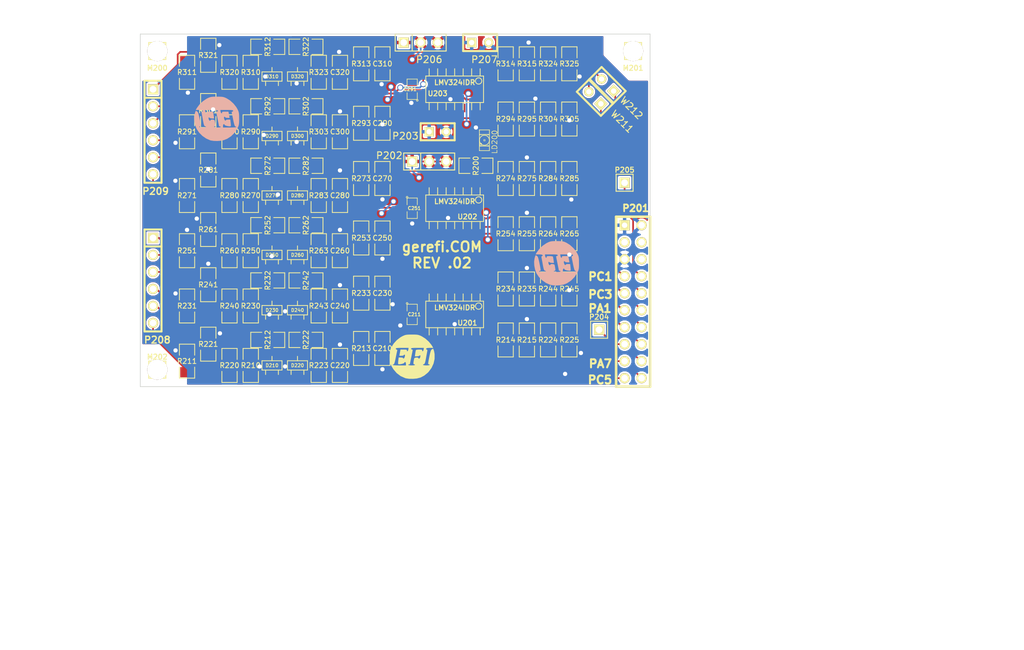
<source format=kicad_pcb>
(kicad_pcb (version 3) (host pcbnew "(2013-07-07 BZR 4022)-stable")
  (title_block (title "Analgo Protection board for gerefi.com") (rev .01) (company gerefi.com))
  (layers (15 F.Cu signal) (0 B.Cu signal) (18 B.Paste user) (19 F.Paste user) (20 B.SilkS user) (21 F.SilkS user) (22 B.Mask user) (23 F.Mask user) (28 Edge.Cuts user))
  (net 0 "")
  (net 1 /INP1)
  (net 2 /INP10)
  (net 3 /INP11)
  (net 4 /INP12)
  (net 5 /INP2)
  (net 6 /INP3)
  (net 7 /INP4)
  (net 8 /INP5)
  (net 9 /INP6)
  (net 10 /INP7)
  (net 11 /INP8)
  (net 12 /INP9)
  (net 13 /OUT1)
  (net 14 /OUT10)
  (net 15 /OUT11)
  (net 16 /OUT12)
  (net 17 /OUT2)
  (net 18 /OUT3)
  (net 19 /OUT4)
  (net 20 /OUT5)
  (net 21 /OUT6)
  (net 22 /OUT7)
  (net 23 /OUT8)
  (net 24 /OUT9)
  (net 25 /PA5)
  (net 26 /PC0)
  (net 27 GND)
  (net 28 N-0000011)
  (net 29 N-0000015)
  (net 30 N-0000016)
  (net 31 N-0000017)
  (net 32 N-0000018)
  (net 33 N-0000019)
  (net 34 N-0000020)
  (net 35 N-0000021)
  (net 36 N-0000023)
  (net 37 N-0000024)
  (net 38 N-0000025)
  (net 39 N-0000026)
  (net 40 N-0000029)
  (net 41 N-000003)
  (net 42 N-0000030)
  (net 43 N-0000033)
  (net 44 N-0000034)
  (net 45 N-0000035)
  (net 46 N-000004)
  (net 47 N-0000040)
  (net 48 N-0000043)
  (net 49 N-0000046)
  (net 50 N-0000051)
  (net 51 N-0000054)
  (net 52 N-0000057)
  (net 53 N-0000059)
  (net 54 N-000006)
  (net 55 N-0000060)
  (net 56 N-0000061)
  (net 57 N-0000065)
  (net 58 N-0000066)
  (net 59 N-0000070)
  (net 60 N-0000071)
  (net 61 N-0000075)
  (net 62 N-0000082)
  (net 63 N-0000086)
  (net 64 N-0000088)
  (net 65 N-0000089)
  (net 66 N-0000091)
  (net 67 VCC)
  (module PIN_ARRAY_1 (layer F.Cu) (at 57.15 148.59)
    (fp_text reference M202 (at 0 -1.905) (layer F.SilkS) (effects (font (size 0.762 0.762) (thickness 0.1524))))
    (fp_text value CONN_1 hide)
    (pad 1 thru_hole circle (at 0 0) (size 3 3) (drill 3) (layers *.Cu *.Mask F.SilkS))
  )
  (module PIN_ARRAY_1 (layer F.Cu) (at 128.27 100.965 90)
    (fp_text reference M201 (at -2.54 0 180) (layer F.SilkS) (effects (font (size 0.762 0.762) (thickness 0.1524))))
    (fp_text value CONN_1 hide)
    (pad 1 thru_hole circle (at 0 0 90) (size 3 3) (drill 3) (layers *.Cu *.Mask F.SilkS))
  )
  (module PIN_ARRAY_1 (layer F.Cu) (at 57.15 100.965 90)
    (fp_text reference M200 (at -2.54 0 180) (layer F.SilkS) (effects (font (size 0.762 0.762) (thickness 0.1524))))
    (fp_text value CONN_1 hide)
    (pad 1 thru_hole circle (at 0 0 90) (size 3 3) (drill 3) (layers *.Cu *.Mask F.SilkS))
  )
  (module SM1206 (layer F.Cu) (at 112.395 144.145 90)
    (fp_text reference R215 (at 0 0 180) (layer F.SilkS) (effects (font (size 0.762 0.762) (thickness 0.127))))
    (fp_text value 1500 hide)
    (pad 1 smd rect (at -1.651 0 90) (size 1.524 2.032) (layers F.Cu F.Paste F.Mask) (net 13 /OUT1))
    (pad 2 smd rect (at 1.651 0 90) (size 1.524 2.032) (layers F.Cu F.Paste F.Mask) (net 27 GND))
  )
  (module SM1206 (layer F.Cu) (at 109.22 144.145 270)
    (fp_text reference R214 (at 0 0 360) (layer F.SilkS) (effects (font (size 0.762 0.762) (thickness 0.127))))
    (fp_text value 1500 hide)
    (pad 1 smd rect (at -1.651 0 270) (size 1.524 2.032) (layers F.Cu F.Paste F.Mask) (net 50 N-0000051))
    (pad 2 smd rect (at 1.651 0 270) (size 1.524 2.032) (layers F.Cu F.Paste F.Mask) (net 13 /OUT1))
  )
  (module PIN_ARRAY_10X2 (layer F.Cu) (at 128.27 138.43 270)
    (fp_text reference P201 (at -13.97 -0.381 360) (layer F.SilkS) (effects (font (size 1.016 1.016) (thickness 0.254))))
    (fp_text value CONN_10X2 hide)
    (pad 1 thru_hole rect (at -11.43 1.27 270) (size 1.524 1.524) (drill 0.8128) (layers *.Cu *.Mask F.SilkS) (net 27 GND))
    (pad 2 thru_hole circle (at -11.43 -1.27 270) (size 1.524 1.524) (drill 1.016) (layers *.Cu *.Mask F.SilkS) (net 27 GND))
    (pad 3 thru_hole circle (at -8.89 1.27 270) (size 1.524 1.524) (drill 1.016) (layers *.Cu *.Mask F.SilkS))
    (pad 4 thru_hole circle (at -8.89 -1.27 270) (size 1.524 1.524) (drill 1.016) (layers *.Cu *.Mask F.SilkS))
    (pad 5 thru_hole circle (at -6.35 1.27 270) (size 1.524 1.524) (drill 1.016) (layers *.Cu *.Mask F.SilkS) (net 27 GND))
    (pad 6 thru_hole circle (at -6.35 -1.27 270) (size 1.524 1.524) (drill 1.016) (layers *.Cu *.Mask F.SilkS))
    (pad 7 thru_hole circle (at -3.81 1.27 270) (size 1.524 1.524) (drill 1.016) (layers *.Cu *.Mask F.SilkS) (net 16 /OUT12))
    (pad 8 thru_hole circle (at -3.81 -1.27 270) (size 1.524 1.524) (drill 1.016) (layers *.Cu *.Mask F.SilkS) (net 26 /PC0))
    (pad 9 thru_hole circle (at -1.27 1.27 270) (size 1.524 1.524) (drill 1.016) (layers *.Cu *.Mask F.SilkS) (net 14 /OUT10))
    (pad 10 thru_hole circle (at -1.27 -1.27 270) (size 1.524 1.524) (drill 1.016) (layers *.Cu *.Mask F.SilkS) (net 15 /OUT11))
    (pad 11 thru_hole circle (at 1.27 1.27 270) (size 1.524 1.524) (drill 1.016) (layers *.Cu *.Mask F.SilkS) (net 23 /OUT8))
    (pad 12 thru_hole circle (at 1.27 -1.27 270) (size 1.524 1.524) (drill 1.016) (layers *.Cu *.Mask F.SilkS) (net 24 /OUT9))
    (pad 13 thru_hole circle (at 3.81 1.27 270) (size 1.524 1.524) (drill 1.016) (layers *.Cu *.Mask F.SilkS) (net 21 /OUT6))
    (pad 14 thru_hole circle (at 3.81 -1.27 270) (size 1.524 1.524) (drill 1.016) (layers *.Cu *.Mask F.SilkS) (net 22 /OUT7))
    (pad 15 thru_hole circle (at 6.35 1.27 270) (size 1.524 1.524) (drill 1.016) (layers *.Cu *.Mask F.SilkS) (net 25 /PA5))
    (pad 16 thru_hole circle (at 6.35 -1.27 270) (size 1.524 1.524) (drill 1.016) (layers *.Cu *.Mask F.SilkS) (net 20 /OUT5))
    (pad 17 thru_hole circle (at 8.89 1.27 270) (size 1.524 1.524) (drill 1.016) (layers *.Cu *.Mask F.SilkS) (net 18 /OUT3))
    (pad 18 thru_hole circle (at 8.89 -1.27 270) (size 1.524 1.524) (drill 1.016) (layers *.Cu *.Mask F.SilkS) (net 19 /OUT4))
    (pad 19 thru_hole circle (at 11.43 1.27 270) (size 1.524 1.524) (drill 1.016) (layers *.Cu *.Mask F.SilkS) (net 13 /OUT1))
    (pad 20 thru_hole circle (at 11.43 -1.27 270) (size 1.524 1.524) (drill 1.016) (layers *.Cu *.Mask F.SilkS) (net 17 /OUT2))
  )
  (module SM1206 (layer F.Cu) (at 61.595 147.32 90)
    (fp_text reference R211 (at 0 0 180) (layer F.SilkS) (effects (font (size 0.762 0.762) (thickness 0.127))))
    (fp_text value 500K hide)
    (pad 1 smd rect (at -1.651 0 90) (size 1.524 2.032) (layers F.Cu F.Paste F.Mask) (net 1 /INP1))
    (pad 2 smd rect (at 1.651 0 90) (size 1.524 2.032) (layers F.Cu F.Paste F.Mask) (net 27 GND))
  )
  (module SM1206 (layer F.Cu) (at 118.745 144.145 270)
    (fp_text reference R225 (at 0 0 360) (layer F.SilkS) (effects (font (size 0.762 0.762) (thickness 0.127))))
    (fp_text value 1500 hide)
    (pad 1 smd rect (at -1.651 0 270) (size 1.524 2.032) (layers F.Cu F.Paste F.Mask) (net 17 /OUT2))
    (pad 2 smd rect (at 1.651 0 270) (size 1.524 2.032) (layers F.Cu F.Paste F.Mask) (net 27 GND))
  )
  (module SM1206 (layer F.Cu) (at 115.57 144.145 90)
    (fp_text reference R224 (at 0 0 180) (layer F.SilkS) (effects (font (size 0.762 0.762) (thickness 0.127))))
    (fp_text value 1500 hide)
    (pad 1 smd rect (at -1.651 0 90) (size 1.524 2.032) (layers F.Cu F.Paste F.Mask) (net 51 N-0000054))
    (pad 2 smd rect (at 1.651 0 90) (size 1.524 2.032) (layers F.Cu F.Paste F.Mask) (net 17 /OUT2))
  )
  (module SM1206 (layer F.Cu) (at 64.77 144.78 90)
    (fp_text reference R221 (at 0 0 180) (layer F.SilkS) (effects (font (size 0.762 0.762) (thickness 0.127))))
    (fp_text value 500K hide)
    (pad 1 smd rect (at -1.651 0 90) (size 1.524 2.032) (layers F.Cu F.Paste F.Mask) (net 5 /INP2))
    (pad 2 smd rect (at 1.651 0 90) (size 1.524 2.032) (layers F.Cu F.Paste F.Mask) (net 27 GND))
  )
  (module SM1206 (layer F.Cu) (at 112.395 136.525 90)
    (fp_text reference R235 (at 0 0 180) (layer F.SilkS) (effects (font (size 0.762 0.762) (thickness 0.127))))
    (fp_text value 1500 hide)
    (pad 1 smd rect (at -1.651 0 90) (size 1.524 2.032) (layers F.Cu F.Paste F.Mask) (net 18 /OUT3))
    (pad 2 smd rect (at 1.651 0 90) (size 1.524 2.032) (layers F.Cu F.Paste F.Mask) (net 27 GND))
  )
  (module SM1206 (layer F.Cu) (at 109.22 136.525 270)
    (fp_text reference R234 (at 0 0 360) (layer F.SilkS) (effects (font (size 0.762 0.762) (thickness 0.127))))
    (fp_text value 1500 hide)
    (pad 1 smd rect (at -1.651 0 270) (size 1.524 2.032) (layers F.Cu F.Paste F.Mask) (net 52 N-0000057))
    (pad 2 smd rect (at 1.651 0 270) (size 1.524 2.032) (layers F.Cu F.Paste F.Mask) (net 18 /OUT3))
  )
  (module SM1206 (layer F.Cu) (at 61.595 139.065 90)
    (fp_text reference R231 (at 0 0 180) (layer F.SilkS) (effects (font (size 0.762 0.762) (thickness 0.127))))
    (fp_text value 500K hide)
    (pad 1 smd rect (at -1.651 0 90) (size 1.524 2.032) (layers F.Cu F.Paste F.Mask) (net 6 /INP3))
    (pad 2 smd rect (at 1.651 0 90) (size 1.524 2.032) (layers F.Cu F.Paste F.Mask) (net 27 GND))
  )
  (module SM1206 (layer F.Cu) (at 64.77 135.89 90)
    (fp_text reference R241 (at 0 0 180) (layer F.SilkS) (effects (font (size 0.762 0.762) (thickness 0.127))))
    (fp_text value 500K hide)
    (pad 1 smd rect (at -1.651 0 90) (size 1.524 2.032) (layers F.Cu F.Paste F.Mask) (net 7 /INP4))
    (pad 2 smd rect (at 1.651 0 90) (size 1.524 2.032) (layers F.Cu F.Paste F.Mask) (net 27 GND))
  )
  (module SM1206 (layer F.Cu) (at 115.57 136.525 90)
    (fp_text reference R244 (at 0 0 180) (layer F.SilkS) (effects (font (size 0.762 0.762) (thickness 0.127))))
    (fp_text value 1500 hide)
    (pad 1 smd rect (at -1.651 0 90) (size 1.524 2.032) (layers F.Cu F.Paste F.Mask) (net 53 N-0000059))
    (pad 2 smd rect (at 1.651 0 90) (size 1.524 2.032) (layers F.Cu F.Paste F.Mask) (net 19 /OUT4))
  )
  (module SM1206 (layer F.Cu) (at 118.745 136.525 270)
    (fp_text reference R245 (at 0 0 360) (layer F.SilkS) (effects (font (size 0.762 0.762) (thickness 0.127))))
    (fp_text value 1500 hide)
    (pad 1 smd rect (at -1.651 0 270) (size 1.524 2.032) (layers F.Cu F.Paste F.Mask) (net 19 /OUT4))
    (pad 2 smd rect (at 1.651 0 270) (size 1.524 2.032) (layers F.Cu F.Paste F.Mask) (net 27 GND))
  )
  (module SM1206 (layer F.Cu) (at 87.63 145.415 90)
    (fp_text reference R213 (at 0 0 180) (layer F.SilkS) (effects (font (size 0.762 0.762) (thickness 0.127))))
    (fp_text value 100 hide)
    (pad 1 smd rect (at -1.651 0 90) (size 1.524 2.032) (layers F.Cu F.Paste F.Mask) (net 41 N-000003))
    (pad 2 smd rect (at 1.651 0 90) (size 1.524 2.032) (layers F.Cu F.Paste F.Mask) (net 63 N-0000086))
  )
  (module SM1206 (layer F.Cu) (at 71.12 147.955 270)
    (fp_text reference R210 (at 0 0 360) (layer F.SilkS) (effects (font (size 0.762 0.762) (thickness 0.127))))
    (fp_text value 2700 hide)
    (pad 1 smd rect (at -1.651 0 270) (size 1.524 2.032) (layers F.Cu F.Paste F.Mask) (net 1 /INP1))
    (pad 2 smd rect (at 1.651 0 270) (size 1.524 2.032) (layers F.Cu F.Paste F.Mask) (net 67 VCC))
  )
  (module SM1206 (layer F.Cu) (at 84.455 147.955 270)
    (fp_text reference C220 (at 0 0 360) (layer F.SilkS) (effects (font (size 0.762 0.762) (thickness 0.127))))
    (fp_text value 0.01uF hide)
    (pad 1 smd rect (at -1.651 0 270) (size 1.524 2.032) (layers F.Cu F.Paste F.Mask) (net 27 GND))
    (pad 2 smd rect (at 1.651 0 270) (size 1.524 2.032) (layers F.Cu F.Paste F.Mask) (net 62 N-0000082))
  )
  (module SM1206 (layer F.Cu) (at 90.805 145.415 90)
    (fp_text reference C210 (at 0 0 180) (layer F.SilkS) (effects (font (size 0.762 0.762) (thickness 0.127))))
    (fp_text value 0.01uF hide)
    (pad 1 smd rect (at -1.651 0 90) (size 1.524 2.032) (layers F.Cu F.Paste F.Mask) (net 27 GND))
    (pad 2 smd rect (at 1.651 0 90) (size 1.524 2.032) (layers F.Cu F.Paste F.Mask) (net 63 N-0000086))
  )
  (module SM1206 (layer F.Cu) (at 81.28 147.955 270)
    (fp_text reference R223 (at 0 0 360) (layer F.SilkS) (effects (font (size 0.762 0.762) (thickness 0.127))))
    (fp_text value 100 hide)
    (pad 1 smd rect (at -1.651 0 270) (size 1.524 2.032) (layers F.Cu F.Paste F.Mask) (net 46 N-000004))
    (pad 2 smd rect (at 1.651 0 270) (size 1.524 2.032) (layers F.Cu F.Paste F.Mask) (net 62 N-0000082))
  )
  (module SM1206 (layer F.Cu) (at 67.945 147.955 270)
    (fp_text reference R220 (at 0 0 360) (layer F.SilkS) (effects (font (size 0.762 0.762) (thickness 0.127))))
    (fp_text value 2700 hide)
    (pad 1 smd rect (at -1.651 0 270) (size 1.524 2.032) (layers F.Cu F.Paste F.Mask) (net 5 /INP2))
    (pad 2 smd rect (at 1.651 0 270) (size 1.524 2.032) (layers F.Cu F.Paste F.Mask) (net 67 VCC))
  )
  (module SM1206 (layer F.Cu) (at 87.63 137.16 90)
    (fp_text reference R233 (at 0 0 180) (layer F.SilkS) (effects (font (size 0.762 0.762) (thickness 0.127))))
    (fp_text value 100 hide)
    (pad 1 smd rect (at -1.651 0 90) (size 1.524 2.032) (layers F.Cu F.Paste F.Mask) (net 66 N-0000091))
    (pad 2 smd rect (at 1.651 0 90) (size 1.524 2.032) (layers F.Cu F.Paste F.Mask) (net 59 N-0000070))
  )
  (module SM1206 (layer F.Cu) (at 71.12 139.065 270)
    (fp_text reference R230 (at 0 0 360) (layer F.SilkS) (effects (font (size 0.762 0.762) (thickness 0.127))))
    (fp_text value 2700 hide)
    (pad 1 smd rect (at -1.651 0 270) (size 1.524 2.032) (layers F.Cu F.Paste F.Mask) (net 6 /INP3))
    (pad 2 smd rect (at 1.651 0 270) (size 1.524 2.032) (layers F.Cu F.Paste F.Mask) (net 67 VCC))
  )
  (module SM1206 (layer F.Cu) (at 81.28 139.065 270)
    (fp_text reference R243 (at 0 0 360) (layer F.SilkS) (effects (font (size 0.762 0.762) (thickness 0.127))))
    (fp_text value 100 hide)
    (pad 1 smd rect (at -1.651 0 270) (size 1.524 2.032) (layers F.Cu F.Paste F.Mask) (net 58 N-0000066))
    (pad 2 smd rect (at 1.651 0 270) (size 1.524 2.032) (layers F.Cu F.Paste F.Mask) (net 57 N-0000065))
  )
  (module SM1206 (layer F.Cu) (at 67.945 139.065 270)
    (fp_text reference R240 (at 0 0 360) (layer F.SilkS) (effects (font (size 0.762 0.762) (thickness 0.127))))
    (fp_text value 2700 hide)
    (pad 1 smd rect (at -1.651 0 270) (size 1.524 2.032) (layers F.Cu F.Paste F.Mask) (net 7 /INP4))
    (pad 2 smd rect (at 1.651 0 270) (size 1.524 2.032) (layers F.Cu F.Paste F.Mask) (net 67 VCC))
  )
  (module SM1206 (layer F.Cu) (at 112.395 128.27 90)
    (fp_text reference R255 (at 0 0 180) (layer F.SilkS) (effects (font (size 0.762 0.762) (thickness 0.127))))
    (fp_text value 1500 hide)
    (pad 1 smd rect (at -1.651 0 90) (size 1.524 2.032) (layers F.Cu F.Paste F.Mask) (net 20 /OUT5))
    (pad 2 smd rect (at 1.651 0 90) (size 1.524 2.032) (layers F.Cu F.Paste F.Mask) (net 27 GND))
  )
  (module SM1206 (layer F.Cu) (at 67.945 130.81 270)
    (fp_text reference R260 (at 0 0 360) (layer F.SilkS) (effects (font (size 0.762 0.762) (thickness 0.127))))
    (fp_text value 2700 hide)
    (pad 1 smd rect (at -1.651 0 270) (size 1.524 2.032) (layers F.Cu F.Paste F.Mask) (net 9 /INP6))
    (pad 2 smd rect (at 1.651 0 270) (size 1.524 2.032) (layers F.Cu F.Paste F.Mask) (net 67 VCC))
  )
  (module SM1206 (layer F.Cu) (at 81.28 130.81 270)
    (fp_text reference R263 (at 0 0 360) (layer F.SilkS) (effects (font (size 0.762 0.762) (thickness 0.127))))
    (fp_text value 100 hide)
    (pad 1 smd rect (at -1.651 0 270) (size 1.524 2.032) (layers F.Cu F.Paste F.Mask) (net 33 N-0000019))
    (pad 2 smd rect (at 1.651 0 270) (size 1.524 2.032) (layers F.Cu F.Paste F.Mask) (net 64 N-0000088))
  )
  (module SM1206 (layer F.Cu) (at 71.12 130.81 270)
    (fp_text reference R250 (at 0 0 360) (layer F.SilkS) (effects (font (size 0.762 0.762) (thickness 0.127))))
    (fp_text value 2700 hide)
    (pad 1 smd rect (at -1.651 0 270) (size 1.524 2.032) (layers F.Cu F.Paste F.Mask) (net 8 /INP5))
    (pad 2 smd rect (at 1.651 0 270) (size 1.524 2.032) (layers F.Cu F.Paste F.Mask) (net 67 VCC))
  )
  (module SM1206 (layer F.Cu) (at 87.63 128.905 90)
    (fp_text reference R253 (at 0 0 180) (layer F.SilkS) (effects (font (size 0.762 0.762) (thickness 0.127))))
    (fp_text value 100 hide)
    (pad 1 smd rect (at -1.651 0 90) (size 1.524 2.032) (layers F.Cu F.Paste F.Mask) (net 32 N-0000018))
    (pad 2 smd rect (at 1.651 0 90) (size 1.524 2.032) (layers F.Cu F.Paste F.Mask) (net 55 N-0000060))
  )
  (module SM1206 (layer F.Cu) (at 79.375 144.145)
    (fp_text reference R222 (at 0 0 90) (layer F.SilkS) (effects (font (size 0.762 0.762) (thickness 0.127))))
    (fp_text value 10k hide)
    (pad 1 smd rect (at -1.651 0) (size 1.524 2.032) (layers F.Cu F.Paste F.Mask) (net 5 /INP2))
    (pad 2 smd rect (at 1.651 0) (size 1.524 2.032) (layers F.Cu F.Paste F.Mask) (net 46 N-000004))
  )
  (module SM1206 (layer F.Cu) (at 73.66 144.145)
    (fp_text reference R212 (at 0 0 90) (layer F.SilkS) (effects (font (size 0.762 0.762) (thickness 0.127))))
    (fp_text value 10k hide)
    (pad 1 smd rect (at -1.651 0) (size 1.524 2.032) (layers F.Cu F.Paste F.Mask) (net 1 /INP1))
    (pad 2 smd rect (at 1.651 0) (size 1.524 2.032) (layers F.Cu F.Paste F.Mask) (net 41 N-000003))
  )
  (module SM1206 (layer F.Cu) (at 61.595 130.81 90)
    (fp_text reference R251 (at 0 0 180) (layer F.SilkS) (effects (font (size 0.762 0.762) (thickness 0.127))))
    (fp_text value 500K hide)
    (pad 1 smd rect (at -1.651 0 90) (size 1.524 2.032) (layers F.Cu F.Paste F.Mask) (net 8 /INP5))
    (pad 2 smd rect (at 1.651 0 90) (size 1.524 2.032) (layers F.Cu F.Paste F.Mask) (net 27 GND))
  )
  (module SM1206 (layer F.Cu) (at 109.22 128.27 270)
    (fp_text reference R254 (at 0 0 360) (layer F.SilkS) (effects (font (size 0.762 0.762) (thickness 0.127))))
    (fp_text value 1500 hide)
    (pad 1 smd rect (at -1.651 0 270) (size 1.524 2.032) (layers F.Cu F.Paste F.Mask) (net 56 N-0000061))
    (pad 2 smd rect (at 1.651 0 270) (size 1.524 2.032) (layers F.Cu F.Paste F.Mask) (net 20 /OUT5))
  )
  (module SM1206 (layer F.Cu) (at 104.775 118.11)
    (fp_text reference R200 (at 0 0 90) (layer F.SilkS) (effects (font (size 0.762 0.762) (thickness 0.127))))
    (fp_text value 100 hide)
    (pad 1 smd rect (at -1.651 0) (size 1.524 2.032) (layers F.Cu F.Paste F.Mask) (net 67 VCC))
    (pad 2 smd rect (at 1.651 0) (size 1.524 2.032) (layers F.Cu F.Paste F.Mask) (net 65 N-0000089))
  )
  (module PIN_ARRAY_3X1 (layer F.Cu) (at 97.79 117.475)
    (fp_text reference P202 (at -5.969 -0.889) (layer F.SilkS) (effects (font (size 1.016 1.016) (thickness 0.1524))))
    (fp_text value CONN_3 hide)
    (pad 1 thru_hole rect (at -2.54 0) (size 1.524 1.524) (drill 1.016) (layers *.Cu *.Mask F.SilkS) (net 67 VCC))
    (pad 2 thru_hole circle (at 0 0) (size 1.524 1.524) (drill 1.016) (layers *.Cu *.Mask F.SilkS) (net 67 VCC))
    (pad 3 thru_hole circle (at 2.54 0) (size 1.524 1.524) (drill 1.016) (layers *.Cu *.Mask F.SilkS) (net 67 VCC))
  )
  (module LED-1206 (layer F.Cu) (at 106.045 114.3 270)
    (fp_text reference LD200 (at 0.254 -1.524 270) (layer F.SilkS) (effects (font (size 0.762 0.762) (thickness 0.0889))))
    (fp_text value LED hide)
    (pad 1 smd rect (at -1.41986 0 270) (size 1.59766 1.80086) (layers F.Cu F.Paste F.Mask) (net 27 GND))
    (pad 2 smd rect (at 1.41986 0 270) (size 1.59766 1.80086) (layers F.Cu F.Paste F.Mask) (net 65 N-0000089))
  )
  (module sot23 (layer F.Cu) (at 74.295 139.7)
    (fp_text reference D230 (at 0 0) (layer F.SilkS) (effects (font (size 0.50038 0.50038) (thickness 0.09906))))
    (fp_text value DOUBLE_SCHOTTKY hide)
    (pad 1 smd rect (at -0.9525 1.05664) (size 0.59944 1.00076) (layers F.Cu F.Paste F.Mask) (net 27 GND))
    (pad 2 smd rect (at 0 -1.05664) (size 0.59944 1.00076) (layers F.Cu F.Paste F.Mask) (net 66 N-0000091))
    (pad 3 smd rect (at 0.9525 1.05664) (size 0.59944 1.00076) (layers F.Cu F.Paste F.Mask) (net 67 VCC))
  )
  (module sot23 (layer F.Cu) (at 78.105 113.665)
    (fp_text reference D300 (at 0 0) (layer F.SilkS) (effects (font (size 0.50038 0.50038) (thickness 0.09906))))
    (fp_text value DOUBLE_SCHOTTKY hide)
    (pad 1 smd rect (at -0.9525 1.05664) (size 0.59944 1.00076) (layers F.Cu F.Paste F.Mask) (net 27 GND))
    (pad 2 smd rect (at 0 -1.05664) (size 0.59944 1.00076) (layers F.Cu F.Paste F.Mask) (net 34 N-0000020))
    (pad 3 smd rect (at 0.9525 1.05664) (size 0.59944 1.00076) (layers F.Cu F.Paste F.Mask) (net 67 VCC))
  )
  (module sot23 (layer F.Cu) (at 74.295 113.665)
    (fp_text reference D290 (at 0 0) (layer F.SilkS) (effects (font (size 0.50038 0.50038) (thickness 0.09906))))
    (fp_text value DOUBLE_SCHOTTKY hide)
    (pad 1 smd rect (at -0.9525 1.05664) (size 0.59944 1.00076) (layers F.Cu F.Paste F.Mask) (net 27 GND))
    (pad 2 smd rect (at 0 -1.05664) (size 0.59944 1.00076) (layers F.Cu F.Paste F.Mask) (net 29 N-0000015))
    (pad 3 smd rect (at 0.9525 1.05664) (size 0.59944 1.00076) (layers F.Cu F.Paste F.Mask) (net 67 VCC))
  )
  (module sot23 (layer F.Cu) (at 78.105 147.955)
    (fp_text reference D220 (at 0 0) (layer F.SilkS) (effects (font (size 0.50038 0.50038) (thickness 0.09906))))
    (fp_text value DOUBLE_SCHOTTKY hide)
    (pad 1 smd rect (at -0.9525 1.05664) (size 0.59944 1.00076) (layers F.Cu F.Paste F.Mask) (net 27 GND))
    (pad 2 smd rect (at 0 -1.05664) (size 0.59944 1.00076) (layers F.Cu F.Paste F.Mask) (net 46 N-000004))
    (pad 3 smd rect (at 0.9525 1.05664) (size 0.59944 1.00076) (layers F.Cu F.Paste F.Mask) (net 67 VCC))
  )
  (module sot23 (layer F.Cu) (at 78.105 139.7)
    (fp_text reference D240 (at 0 0) (layer F.SilkS) (effects (font (size 0.50038 0.50038) (thickness 0.09906))))
    (fp_text value DOUBLE_SCHOTTKY hide)
    (pad 1 smd rect (at -0.9525 1.05664) (size 0.59944 1.00076) (layers F.Cu F.Paste F.Mask) (net 27 GND))
    (pad 2 smd rect (at 0 -1.05664) (size 0.59944 1.00076) (layers F.Cu F.Paste F.Mask) (net 58 N-0000066))
    (pad 3 smd rect (at 0.9525 1.05664) (size 0.59944 1.00076) (layers F.Cu F.Paste F.Mask) (net 67 VCC))
  )
  (module SM1206 (layer F.Cu) (at 112.395 111.125 90)
    (fp_text reference R295 (at 0 0 180) (layer F.SilkS) (effects (font (size 0.762 0.762) (thickness 0.127))))
    (fp_text value 1500 hide)
    (pad 1 smd rect (at -1.651 0 90) (size 1.524 2.032) (layers F.Cu F.Paste F.Mask) (net 24 /OUT9))
    (pad 2 smd rect (at 1.651 0 90) (size 1.524 2.032) (layers F.Cu F.Paste F.Mask) (net 27 GND))
  )
  (module SM1206 (layer F.Cu) (at 109.22 111.125 270)
    (fp_text reference R294 (at 0 0 360) (layer F.SilkS) (effects (font (size 0.762 0.762) (thickness 0.127))))
    (fp_text value 1500 hide)
    (pad 1 smd rect (at -1.651 0 270) (size 1.524 2.032) (layers F.Cu F.Paste F.Mask) (net 35 N-0000021))
    (pad 2 smd rect (at 1.651 0 270) (size 1.524 2.032) (layers F.Cu F.Paste F.Mask) (net 24 /OUT9))
  )
  (module SM1206 (layer F.Cu) (at 61.595 113.03 270)
    (fp_text reference R291 (at 0 0 360) (layer F.SilkS) (effects (font (size 0.762 0.762) (thickness 0.127))))
    (fp_text value 500K hide)
    (pad 1 smd rect (at -1.651 0 270) (size 1.524 2.032) (layers F.Cu F.Paste F.Mask) (net 12 /INP9))
    (pad 2 smd rect (at 1.651 0 270) (size 1.524 2.032) (layers F.Cu F.Paste F.Mask) (net 27 GND))
  )
  (module SM1206 (layer F.Cu) (at 64.77 109.855 90)
    (fp_text reference R301 (at 0 0 180) (layer F.SilkS) (effects (font (size 0.762 0.762) (thickness 0.127))))
    (fp_text value 500K hide)
    (pad 1 smd rect (at -1.651 0 90) (size 1.524 2.032) (layers F.Cu F.Paste F.Mask) (net 2 /INP10))
    (pad 2 smd rect (at 1.651 0 90) (size 1.524 2.032) (layers F.Cu F.Paste F.Mask) (net 27 GND))
  )
  (module SM1206 (layer F.Cu) (at 115.57 111.125 90)
    (fp_text reference R304 (at 0 0 180) (layer F.SilkS) (effects (font (size 0.762 0.762) (thickness 0.127))))
    (fp_text value 1500 hide)
    (pad 1 smd rect (at -1.651 0 90) (size 1.524 2.032) (layers F.Cu F.Paste F.Mask) (net 36 N-0000023))
    (pad 2 smd rect (at 1.651 0 90) (size 1.524 2.032) (layers F.Cu F.Paste F.Mask) (net 14 /OUT10))
  )
  (module SM1206 (layer F.Cu) (at 118.745 111.125 270)
    (fp_text reference R305 (at 0 0 360) (layer F.SilkS) (effects (font (size 0.762 0.762) (thickness 0.127))))
    (fp_text value 1500 hide)
    (pad 1 smd rect (at -1.651 0 270) (size 1.524 2.032) (layers F.Cu F.Paste F.Mask) (net 14 /OUT10))
    (pad 2 smd rect (at 1.651 0 270) (size 1.524 2.032) (layers F.Cu F.Paste F.Mask) (net 27 GND))
  )
  (module SM1206 (layer F.Cu) (at 87.63 111.76 90)
    (fp_text reference R293 (at 0 0 180) (layer F.SilkS) (effects (font (size 0.762 0.762) (thickness 0.127))))
    (fp_text value 100 hide)
    (pad 1 smd rect (at -1.651 0 90) (size 1.524 2.032) (layers F.Cu F.Paste F.Mask) (net 29 N-0000015))
    (pad 2 smd rect (at 1.651 0 90) (size 1.524 2.032) (layers F.Cu F.Paste F.Mask) (net 54 N-000006))
  )
  (module SM1206 (layer F.Cu) (at 90.805 111.76 90)
    (fp_text reference C290 (at 0 0 180) (layer F.SilkS) (effects (font (size 0.762 0.762) (thickness 0.127))))
    (fp_text value 0.01uF hide)
    (pad 1 smd rect (at -1.651 0 90) (size 1.524 2.032) (layers F.Cu F.Paste F.Mask) (net 27 GND))
    (pad 2 smd rect (at 1.651 0 90) (size 1.524 2.032) (layers F.Cu F.Paste F.Mask) (net 54 N-000006))
  )
  (module SM1206 (layer F.Cu) (at 71.12 113.03 270)
    (fp_text reference R290 (at 0 0 360) (layer F.SilkS) (effects (font (size 0.762 0.762) (thickness 0.127))))
    (fp_text value 2700 hide)
    (pad 1 smd rect (at -1.651 0 270) (size 1.524 2.032) (layers F.Cu F.Paste F.Mask) (net 12 /INP9))
    (pad 2 smd rect (at 1.651 0 270) (size 1.524 2.032) (layers F.Cu F.Paste F.Mask) (net 67 VCC))
  )
  (module SM1206 (layer F.Cu) (at 81.28 113.03 270)
    (fp_text reference R303 (at 0 0 360) (layer F.SilkS) (effects (font (size 0.762 0.762) (thickness 0.127))))
    (fp_text value 100 hide)
    (pad 1 smd rect (at -1.651 0 270) (size 1.524 2.032) (layers F.Cu F.Paste F.Mask) (net 34 N-0000020))
    (pad 2 smd rect (at 1.651 0 270) (size 1.524 2.032) (layers F.Cu F.Paste F.Mask) (net 28 N-0000011))
  )
  (module SM1206 (layer F.Cu) (at 84.455 113.03 270)
    (fp_text reference C300 (at 0 0 360) (layer F.SilkS) (effects (font (size 0.762 0.762) (thickness 0.127))))
    (fp_text value 0.01uF hide)
    (pad 1 smd rect (at -1.651 0 270) (size 1.524 2.032) (layers F.Cu F.Paste F.Mask) (net 27 GND))
    (pad 2 smd rect (at 1.651 0 270) (size 1.524 2.032) (layers F.Cu F.Paste F.Mask) (net 28 N-0000011))
  )
  (module SM1206 (layer F.Cu) (at 67.945 113.03 270)
    (fp_text reference R300 (at 0 0 360) (layer F.SilkS) (effects (font (size 0.762 0.762) (thickness 0.127))))
    (fp_text value 2700 hide)
    (pad 1 smd rect (at -1.651 0 270) (size 1.524 2.032) (layers F.Cu F.Paste F.Mask) (net 2 /INP10))
    (pad 2 smd rect (at 1.651 0 270) (size 1.524 2.032) (layers F.Cu F.Paste F.Mask) (net 67 VCC))
  )
  (module sot23 (layer F.Cu) (at 74.295 147.955)
    (fp_text reference D210 (at 0 0) (layer F.SilkS) (effects (font (size 0.50038 0.50038) (thickness 0.09906))))
    (fp_text value DOUBLE_SCHOTTKY hide)
    (pad 1 smd rect (at -0.9525 1.05664) (size 0.59944 1.00076) (layers F.Cu F.Paste F.Mask) (net 27 GND))
    (pad 2 smd rect (at 0 -1.05664) (size 0.59944 1.00076) (layers F.Cu F.Paste F.Mask) (net 41 N-000003))
    (pad 3 smd rect (at 0.9525 1.05664) (size 0.59944 1.00076) (layers F.Cu F.Paste F.Mask) (net 67 VCC))
  )
  (module PIN_ARRAY-6X1 (layer F.Cu) (at 56.515 113.03 270)
    (fp_text reference P209 (at 8.89 -0.381 360) (layer F.SilkS) (effects (font (size 1.016 1.016) (thickness 0.2032))))
    (fp_text value CONN_6 hide)
    (pad 1 thru_hole rect (at -6.35 0 270) (size 1.524 1.524) (drill 1.016) (layers *.Cu *.Mask F.SilkS) (net 4 /INP12))
    (pad 2 thru_hole circle (at -3.81 0 270) (size 1.524 1.524) (drill 1.016) (layers *.Cu *.Mask F.SilkS) (net 3 /INP11))
    (pad 3 thru_hole circle (at -1.27 0 270) (size 1.524 1.524) (drill 1.016) (layers *.Cu *.Mask F.SilkS) (net 2 /INP10))
    (pad 4 thru_hole circle (at 1.27 0 270) (size 1.524 1.524) (drill 1.016) (layers *.Cu *.Mask F.SilkS) (net 12 /INP9))
    (pad 5 thru_hole circle (at 3.81 0 270) (size 1.524 1.524) (drill 1.016) (layers *.Cu *.Mask F.SilkS) (net 11 /INP8))
    (pad 6 thru_hole circle (at 6.35 0 270) (size 1.524 1.524) (drill 1.016) (layers *.Cu *.Mask F.SilkS) (net 10 /INP7))
  )
  (module SM1206 (layer F.Cu) (at 90.805 137.16 90)
    (fp_text reference C230 (at 0 0 180) (layer F.SilkS) (effects (font (size 0.762 0.762) (thickness 0.127))))
    (fp_text value 0.01uF hide)
    (pad 1 smd rect (at -1.651 0 90) (size 1.524 2.032) (layers F.Cu F.Paste F.Mask) (net 27 GND))
    (pad 2 smd rect (at 1.651 0 90) (size 1.524 2.032) (layers F.Cu F.Paste F.Mask) (net 59 N-0000070))
  )
  (module SM1206 (layer F.Cu) (at 84.455 139.065 270)
    (fp_text reference C240 (at 0 0 360) (layer F.SilkS) (effects (font (size 0.762 0.762) (thickness 0.127))))
    (fp_text value 0.01uF hide)
    (pad 1 smd rect (at -1.651 0 270) (size 1.524 2.032) (layers F.Cu F.Paste F.Mask) (net 27 GND))
    (pad 2 smd rect (at 1.651 0 270) (size 1.524 2.032) (layers F.Cu F.Paste F.Mask) (net 57 N-0000065))
  )
  (module SM1206 (layer F.Cu) (at 90.805 128.905 90)
    (fp_text reference C250 (at 0 0 180) (layer F.SilkS) (effects (font (size 0.762 0.762) (thickness 0.127))))
    (fp_text value 0.01uF hide)
    (pad 1 smd rect (at -1.651 0 90) (size 1.524 2.032) (layers F.Cu F.Paste F.Mask) (net 27 GND))
    (pad 2 smd rect (at 1.651 0 90) (size 1.524 2.032) (layers F.Cu F.Paste F.Mask) (net 55 N-0000060))
  )
  (module SM1206 (layer F.Cu) (at 84.455 130.81 270)
    (fp_text reference C260 (at 0 0 360) (layer F.SilkS) (effects (font (size 0.762 0.762) (thickness 0.127))))
    (fp_text value 0.01uF hide)
    (pad 1 smd rect (at -1.651 0 270) (size 1.524 2.032) (layers F.Cu F.Paste F.Mask) (net 27 GND))
    (pad 2 smd rect (at 1.651 0 270) (size 1.524 2.032) (layers F.Cu F.Paste F.Mask) (net 64 N-0000088))
  )
  (module SM1206 (layer F.Cu) (at 64.77 127.635 90)
    (fp_text reference R261 (at 0 0 180) (layer F.SilkS) (effects (font (size 0.762 0.762) (thickness 0.127))))
    (fp_text value 500K hide)
    (pad 1 smd rect (at -1.651 0 90) (size 1.524 2.032) (layers F.Cu F.Paste F.Mask) (net 9 /INP6))
    (pad 2 smd rect (at 1.651 0 90) (size 1.524 2.032) (layers F.Cu F.Paste F.Mask) (net 27 GND))
  )
  (module SM1206 (layer F.Cu) (at 84.455 122.555 270)
    (fp_text reference C280 (at 0 0 360) (layer F.SilkS) (effects (font (size 0.762 0.762) (thickness 0.127))))
    (fp_text value 0.01uF hide)
    (pad 1 smd rect (at -1.651 0 270) (size 1.524 2.032) (layers F.Cu F.Paste F.Mask) (net 27 GND))
    (pad 2 smd rect (at 1.651 0 270) (size 1.524 2.032) (layers F.Cu F.Paste F.Mask) (net 60 N-0000071))
  )
  (module SM1206 (layer F.Cu) (at 90.805 120.015 90)
    (fp_text reference C270 (at 0 0 180) (layer F.SilkS) (effects (font (size 0.762 0.762) (thickness 0.127))))
    (fp_text value 0.01uF hide)
    (pad 1 smd rect (at -1.651 0 90) (size 1.524 2.032) (layers F.Cu F.Paste F.Mask) (net 27 GND))
    (pad 2 smd rect (at 1.651 0 90) (size 1.524 2.032) (layers F.Cu F.Paste F.Mask) (net 61 N-0000075))
  )
  (module SM1206 (layer F.Cu) (at 109.22 120.015 270)
    (fp_text reference R274 (at 0 0 360) (layer F.SilkS) (effects (font (size 0.762 0.762) (thickness 0.127))))
    (fp_text value 1500 hide)
    (pad 1 smd rect (at -1.651 0 270) (size 1.524 2.032) (layers F.Cu F.Paste F.Mask) (net 48 N-0000043))
    (pad 2 smd rect (at 1.651 0 270) (size 1.524 2.032) (layers F.Cu F.Paste F.Mask) (net 22 /OUT7))
  )
  (module SM1206 (layer F.Cu) (at 112.395 120.015 90)
    (fp_text reference R275 (at 0 0 180) (layer F.SilkS) (effects (font (size 0.762 0.762) (thickness 0.127))))
    (fp_text value 1500 hide)
    (pad 1 smd rect (at -1.651 0 90) (size 1.524 2.032) (layers F.Cu F.Paste F.Mask) (net 22 /OUT7))
    (pad 2 smd rect (at 1.651 0 90) (size 1.524 2.032) (layers F.Cu F.Paste F.Mask) (net 27 GND))
  )
  (module SM1206 (layer F.Cu) (at 67.945 122.555 270)
    (fp_text reference R280 (at 0 0 360) (layer F.SilkS) (effects (font (size 0.762 0.762) (thickness 0.127))))
    (fp_text value 2700 hide)
    (pad 1 smd rect (at -1.651 0 270) (size 1.524 2.032) (layers F.Cu F.Paste F.Mask) (net 11 /INP8))
    (pad 2 smd rect (at 1.651 0 270) (size 1.524 2.032) (layers F.Cu F.Paste F.Mask) (net 67 VCC))
  )
  (module SM1206 (layer F.Cu) (at 81.28 122.555 270)
    (fp_text reference R283 (at 0 0 360) (layer F.SilkS) (effects (font (size 0.762 0.762) (thickness 0.127))))
    (fp_text value 100 hide)
    (pad 1 smd rect (at -1.651 0 270) (size 1.524 2.032) (layers F.Cu F.Paste F.Mask) (net 30 N-0000016))
    (pad 2 smd rect (at 1.651 0 270) (size 1.524 2.032) (layers F.Cu F.Paste F.Mask) (net 60 N-0000071))
  )
  (module SM1206 (layer F.Cu) (at 71.12 122.555 270)
    (fp_text reference R270 (at 0 0 360) (layer F.SilkS) (effects (font (size 0.762 0.762) (thickness 0.127))))
    (fp_text value 2700 hide)
    (pad 1 smd rect (at -1.651 0 270) (size 1.524 2.032) (layers F.Cu F.Paste F.Mask) (net 10 /INP7))
    (pad 2 smd rect (at 1.651 0 270) (size 1.524 2.032) (layers F.Cu F.Paste F.Mask) (net 67 VCC))
  )
  (module SM1206 (layer F.Cu) (at 87.63 120.015 90)
    (fp_text reference R273 (at 0 0 180) (layer F.SilkS) (effects (font (size 0.762 0.762) (thickness 0.127))))
    (fp_text value 100 hide)
    (pad 1 smd rect (at -1.651 0 90) (size 1.524 2.032) (layers F.Cu F.Paste F.Mask) (net 31 N-0000017))
    (pad 2 smd rect (at 1.651 0 90) (size 1.524 2.032) (layers F.Cu F.Paste F.Mask) (net 61 N-0000075))
  )
  (module SM1206 (layer F.Cu) (at 118.745 120.015 270)
    (fp_text reference R285 (at 0 0 360) (layer F.SilkS) (effects (font (size 0.762 0.762) (thickness 0.127))))
    (fp_text value 1500 hide)
    (pad 1 smd rect (at -1.651 0 270) (size 1.524 2.032) (layers F.Cu F.Paste F.Mask) (net 23 /OUT8))
    (pad 2 smd rect (at 1.651 0 270) (size 1.524 2.032) (layers F.Cu F.Paste F.Mask) (net 27 GND))
  )
  (module SM1206 (layer F.Cu) (at 115.57 120.015 90)
    (fp_text reference R284 (at 0 0 180) (layer F.SilkS) (effects (font (size 0.762 0.762) (thickness 0.127))))
    (fp_text value 1500 hide)
    (pad 1 smd rect (at -1.651 0 90) (size 1.524 2.032) (layers F.Cu F.Paste F.Mask) (net 47 N-0000040))
    (pad 2 smd rect (at 1.651 0 90) (size 1.524 2.032) (layers F.Cu F.Paste F.Mask) (net 23 /OUT8))
  )
  (module SM1206 (layer F.Cu) (at 64.77 118.745 90)
    (fp_text reference R281 (at 0 0 180) (layer F.SilkS) (effects (font (size 0.762 0.762) (thickness 0.127))))
    (fp_text value 500K hide)
    (pad 1 smd rect (at -1.651 0 90) (size 1.524 2.032) (layers F.Cu F.Paste F.Mask) (net 11 /INP8))
    (pad 2 smd rect (at 1.651 0 90) (size 1.524 2.032) (layers F.Cu F.Paste F.Mask) (net 27 GND))
  )
  (module SM1206 (layer F.Cu) (at 61.595 122.555 90)
    (fp_text reference R271 (at 0 0 180) (layer F.SilkS) (effects (font (size 0.762 0.762) (thickness 0.127))))
    (fp_text value 500K hide)
    (pad 1 smd rect (at -1.651 0 90) (size 1.524 2.032) (layers F.Cu F.Paste F.Mask) (net 10 /INP7))
    (pad 2 smd rect (at 1.651 0 90) (size 1.524 2.032) (layers F.Cu F.Paste F.Mask) (net 27 GND))
  )
  (module sot23 (layer F.Cu) (at 78.105 131.445)
    (fp_text reference D260 (at 0 0) (layer F.SilkS) (effects (font (size 0.50038 0.50038) (thickness 0.09906))))
    (fp_text value DOUBLE_SCHOTTKY hide)
    (pad 1 smd rect (at -0.9525 1.05664) (size 0.59944 1.00076) (layers F.Cu F.Paste F.Mask) (net 27 GND))
    (pad 2 smd rect (at 0 -1.05664) (size 0.59944 1.00076) (layers F.Cu F.Paste F.Mask) (net 33 N-0000019))
    (pad 3 smd rect (at 0.9525 1.05664) (size 0.59944 1.00076) (layers F.Cu F.Paste F.Mask) (net 67 VCC))
  )
  (module sot23 (layer F.Cu) (at 74.295 131.445)
    (fp_text reference D250 (at 0 0) (layer F.SilkS) (effects (font (size 0.50038 0.50038) (thickness 0.09906))))
    (fp_text value DOUBLE_SCHOTTKY hide)
    (pad 1 smd rect (at -0.9525 1.05664) (size 0.59944 1.00076) (layers F.Cu F.Paste F.Mask) (net 27 GND))
    (pad 2 smd rect (at 0 -1.05664) (size 0.59944 1.00076) (layers F.Cu F.Paste F.Mask) (net 32 N-0000018))
    (pad 3 smd rect (at 0.9525 1.05664) (size 0.59944 1.00076) (layers F.Cu F.Paste F.Mask) (net 67 VCC))
  )
  (module sot23 (layer F.Cu) (at 78.105 122.555)
    (fp_text reference D280 (at 0 0) (layer F.SilkS) (effects (font (size 0.50038 0.50038) (thickness 0.09906))))
    (fp_text value DOUBLE_SCHOTTKY hide)
    (pad 1 smd rect (at -0.9525 1.05664) (size 0.59944 1.00076) (layers F.Cu F.Paste F.Mask) (net 27 GND))
    (pad 2 smd rect (at 0 -1.05664) (size 0.59944 1.00076) (layers F.Cu F.Paste F.Mask) (net 30 N-0000016))
    (pad 3 smd rect (at 0.9525 1.05664) (size 0.59944 1.00076) (layers F.Cu F.Paste F.Mask) (net 67 VCC))
  )
  (module sot23 (layer F.Cu) (at 74.295 122.555)
    (fp_text reference D270 (at 0 0) (layer F.SilkS) (effects (font (size 0.50038 0.50038) (thickness 0.09906))))
    (fp_text value DOUBLE_SCHOTTKY hide)
    (pad 1 smd rect (at -0.9525 1.05664) (size 0.59944 1.00076) (layers F.Cu F.Paste F.Mask) (net 27 GND))
    (pad 2 smd rect (at 0 -1.05664) (size 0.59944 1.00076) (layers F.Cu F.Paste F.Mask) (net 31 N-0000017))
    (pad 3 smd rect (at 0.9525 1.05664) (size 0.59944 1.00076) (layers F.Cu F.Paste F.Mask) (net 67 VCC))
  )
  (module SM1206 (layer F.Cu) (at 73.66 135.255)
    (fp_text reference R232 (at 0 0 90) (layer F.SilkS) (effects (font (size 0.762 0.762) (thickness 0.127))))
    (fp_text value 10k hide)
    (pad 1 smd rect (at -1.651 0) (size 1.524 2.032) (layers F.Cu F.Paste F.Mask) (net 6 /INP3))
    (pad 2 smd rect (at 1.651 0) (size 1.524 2.032) (layers F.Cu F.Paste F.Mask) (net 66 N-0000091))
  )
  (module SM1206 (layer F.Cu) (at 79.375 135.255)
    (fp_text reference R242 (at 0 0 90) (layer F.SilkS) (effects (font (size 0.762 0.762) (thickness 0.127))))
    (fp_text value 10k hide)
    (pad 1 smd rect (at -1.651 0) (size 1.524 2.032) (layers F.Cu F.Paste F.Mask) (net 7 /INP4))
    (pad 2 smd rect (at 1.651 0) (size 1.524 2.032) (layers F.Cu F.Paste F.Mask) (net 58 N-0000066))
  )
  (module SM1206 (layer F.Cu) (at 73.66 127)
    (fp_text reference R252 (at 0 0 90) (layer F.SilkS) (effects (font (size 0.762 0.762) (thickness 0.127))))
    (fp_text value 10k hide)
    (pad 1 smd rect (at -1.651 0) (size 1.524 2.032) (layers F.Cu F.Paste F.Mask) (net 8 /INP5))
    (pad 2 smd rect (at 1.651 0) (size 1.524 2.032) (layers F.Cu F.Paste F.Mask) (net 32 N-0000018))
  )
  (module SM1206 (layer F.Cu) (at 79.375 127)
    (fp_text reference R262 (at 0 0 90) (layer F.SilkS) (effects (font (size 0.762 0.762) (thickness 0.127))))
    (fp_text value 10k hide)
    (pad 1 smd rect (at -1.651 0) (size 1.524 2.032) (layers F.Cu F.Paste F.Mask) (net 9 /INP6))
    (pad 2 smd rect (at 1.651 0) (size 1.524 2.032) (layers F.Cu F.Paste F.Mask) (net 33 N-0000019))
  )
  (module SM1206 (layer F.Cu) (at 79.375 109.22)
    (fp_text reference R302 (at 0 0 90) (layer F.SilkS) (effects (font (size 0.762 0.762) (thickness 0.127))))
    (fp_text value 10k hide)
    (pad 1 smd rect (at -1.651 0) (size 1.524 2.032) (layers F.Cu F.Paste F.Mask) (net 2 /INP10))
    (pad 2 smd rect (at 1.651 0) (size 1.524 2.032) (layers F.Cu F.Paste F.Mask) (net 34 N-0000020))
  )
  (module SM1206 (layer F.Cu) (at 73.66 109.22)
    (fp_text reference R292 (at 0 0 90) (layer F.SilkS) (effects (font (size 0.762 0.762) (thickness 0.127))))
    (fp_text value 10k hide)
    (pad 1 smd rect (at -1.651 0) (size 1.524 2.032) (layers F.Cu F.Paste F.Mask) (net 12 /INP9))
    (pad 2 smd rect (at 1.651 0) (size 1.524 2.032) (layers F.Cu F.Paste F.Mask) (net 29 N-0000015))
  )
  (module SM1206 (layer F.Cu) (at 79.375 118.11)
    (fp_text reference R282 (at 0 0 90) (layer F.SilkS) (effects (font (size 0.762 0.762) (thickness 0.127))))
    (fp_text value 10k hide)
    (pad 1 smd rect (at -1.651 0) (size 1.524 2.032) (layers F.Cu F.Paste F.Mask) (net 11 /INP8))
    (pad 2 smd rect (at 1.651 0) (size 1.524 2.032) (layers F.Cu F.Paste F.Mask) (net 30 N-0000016))
  )
  (module SM1206 (layer F.Cu) (at 73.66 118.11)
    (fp_text reference R272 (at 0 0 90) (layer F.SilkS) (effects (font (size 0.762 0.762) (thickness 0.127))))
    (fp_text value 10k hide)
    (pad 1 smd rect (at -1.651 0) (size 1.524 2.032) (layers F.Cu F.Paste F.Mask) (net 10 /INP7))
    (pad 2 smd rect (at 1.651 0) (size 1.524 2.032) (layers F.Cu F.Paste F.Mask) (net 31 N-0000017))
  )
  (module SM1206 (layer F.Cu) (at 115.57 128.27 90)
    (fp_text reference R264 (at 0 0 180) (layer F.SilkS) (effects (font (size 0.762 0.762) (thickness 0.127))))
    (fp_text value 1500 hide)
    (pad 1 smd rect (at -1.651 0 90) (size 1.524 2.032) (layers F.Cu F.Paste F.Mask) (net 49 N-0000046))
    (pad 2 smd rect (at 1.651 0 90) (size 1.524 2.032) (layers F.Cu F.Paste F.Mask) (net 21 /OUT6))
  )
  (module SM1206 (layer F.Cu) (at 118.745 128.27 270)
    (fp_text reference R265 (at 0 0 360) (layer F.SilkS) (effects (font (size 0.762 0.762) (thickness 0.127))))
    (fp_text value 1500 hide)
    (pad 1 smd rect (at -1.651 0 270) (size 1.524 2.032) (layers F.Cu F.Paste F.Mask) (net 21 /OUT6))
    (pad 2 smd rect (at 1.651 0 270) (size 1.524 2.032) (layers F.Cu F.Paste F.Mask) (net 27 GND))
  )
  (module so-14 (layer F.Cu) (at 101.6 140.335 180)
    (fp_text reference U201 (at -1.905 -1.27 180) (layer F.SilkS) (effects (font (size 0.7493 0.7493) (thickness 0.14986))))
    (fp_text value LMV324IDR (at 0 1.016 180) (layer F.SilkS) (effects (font (size 0.7493 0.7493) (thickness 0.14986))))
    (pad 1 smd rect (at -3.81 2.794 180) (size 0.635 1.27) (layers F.Cu F.Paste F.Mask) (net 52 N-0000057))
    (pad 2 smd rect (at -2.54 2.794 180) (size 0.635 1.27) (layers F.Cu F.Paste F.Mask) (net 52 N-0000057))
    (pad 3 smd rect (at -1.27 2.794 180) (size 0.635 1.27) (layers F.Cu F.Paste F.Mask) (net 59 N-0000070))
    (pad 4 smd rect (at 0 2.794 180) (size 0.635 1.27) (layers F.Cu F.Paste F.Mask) (net 67 VCC))
    (pad 5 smd rect (at 1.27 2.794 180) (size 0.635 1.27) (layers F.Cu F.Paste F.Mask) (net 57 N-0000065))
    (pad 6 smd rect (at 2.54 2.794 180) (size 0.635 1.27) (layers F.Cu F.Paste F.Mask) (net 53 N-0000059))
    (pad 7 smd rect (at 3.81 2.794 180) (size 0.635 1.27) (layers F.Cu F.Paste F.Mask) (net 53 N-0000059))
    (pad 8 smd rect (at 3.81 -2.794 180) (size 0.635 1.27) (layers F.Cu F.Paste F.Mask) (net 51 N-0000054))
    (pad 9 smd rect (at 2.54 -2.794 180) (size 0.635 1.27) (layers F.Cu F.Paste F.Mask) (net 62 N-0000082))
    (pad 10 smd rect (at 1.27 -2.794 180) (size 0.635 1.27) (layers F.Cu F.Paste F.Mask) (net 51 N-0000054))
    (pad 11 smd rect (at 0 -2.794 180) (size 0.635 1.27) (layers F.Cu F.Paste F.Mask) (net 27 GND))
    (pad 12 smd rect (at -1.27 -2.794 180) (size 0.635 1.27) (layers F.Cu F.Paste F.Mask) (net 63 N-0000086))
    (pad 13 smd rect (at -2.54 -2.794 180) (size 0.635 1.27) (layers F.Cu F.Paste F.Mask) (net 50 N-0000051))
    (pad 14 smd rect (at -3.81 -2.794 180) (size 0.635 1.27) (layers F.Cu F.Paste F.Mask) (net 50 N-0000051))
  )
  (module so-14 (layer F.Cu) (at 101.6 124.46 180)
    (fp_text reference U202 (at -1.905 -1.27 180) (layer F.SilkS) (effects (font (size 0.7493 0.7493) (thickness 0.14986))))
    (fp_text value LMV324IDR (at 0 1.016 180) (layer F.SilkS) (effects (font (size 0.7493 0.7493) (thickness 0.14986))))
    (pad 1 smd rect (at -3.81 2.794 180) (size 0.635 1.27) (layers F.Cu F.Paste F.Mask) (net 48 N-0000043))
    (pad 2 smd rect (at -2.54 2.794 180) (size 0.635 1.27) (layers F.Cu F.Paste F.Mask) (net 48 N-0000043))
    (pad 3 smd rect (at -1.27 2.794 180) (size 0.635 1.27) (layers F.Cu F.Paste F.Mask) (net 61 N-0000075))
    (pad 4 smd rect (at 0 2.794 180) (size 0.635 1.27) (layers F.Cu F.Paste F.Mask) (net 67 VCC))
    (pad 5 smd rect (at 1.27 2.794 180) (size 0.635 1.27) (layers F.Cu F.Paste F.Mask) (net 60 N-0000071))
    (pad 6 smd rect (at 2.54 2.794 180) (size 0.635 1.27) (layers F.Cu F.Paste F.Mask) (net 47 N-0000040))
    (pad 7 smd rect (at 3.81 2.794 180) (size 0.635 1.27) (layers F.Cu F.Paste F.Mask) (net 47 N-0000040))
    (pad 8 smd rect (at 3.81 -2.794 180) (size 0.635 1.27) (layers F.Cu F.Paste F.Mask) (net 49 N-0000046))
    (pad 9 smd rect (at 2.54 -2.794 180) (size 0.635 1.27) (layers F.Cu F.Paste F.Mask) (net 64 N-0000088))
    (pad 10 smd rect (at 1.27 -2.794 180) (size 0.635 1.27) (layers F.Cu F.Paste F.Mask) (net 49 N-0000046))
    (pad 11 smd rect (at 0 -2.794 180) (size 0.635 1.27) (layers F.Cu F.Paste F.Mask) (net 27 GND))
    (pad 12 smd rect (at -1.27 -2.794 180) (size 0.635 1.27) (layers F.Cu F.Paste F.Mask) (net 55 N-0000060))
    (pad 13 smd rect (at -2.54 -2.794 180) (size 0.635 1.27) (layers F.Cu F.Paste F.Mask) (net 56 N-0000061))
    (pad 14 smd rect (at -3.81 -2.794 180) (size 0.635 1.27) (layers F.Cu F.Paste F.Mask) (net 56 N-0000061))
  )
  (module so-14 (layer F.Cu) (at 101.6 106.68 180)
    (fp_text reference U203 (at 2.54 -0.635 180) (layer F.SilkS) (effects (font (size 0.7493 0.7493) (thickness 0.14986))))
    (fp_text value LMV324IDR (at 0 1.016 180) (layer F.SilkS) (effects (font (size 0.7493 0.7493) (thickness 0.14986))))
    (pad 1 smd rect (at -3.81 2.794 180) (size 0.635 1.27) (layers F.Cu F.Paste F.Mask) (net 40 N-0000029))
    (pad 2 smd rect (at -2.54 2.794 180) (size 0.635 1.27) (layers F.Cu F.Paste F.Mask) (net 40 N-0000029))
    (pad 3 smd rect (at -1.27 2.794 180) (size 0.635 1.27) (layers F.Cu F.Paste F.Mask) (net 42 N-0000030))
    (pad 4 smd rect (at 0 2.794 180) (size 0.635 1.27) (layers F.Cu F.Paste F.Mask) (net 67 VCC))
    (pad 5 smd rect (at 1.27 2.794 180) (size 0.635 1.27) (layers F.Cu F.Paste F.Mask) (net 37 N-0000024))
    (pad 6 smd rect (at 2.54 2.794 180) (size 0.635 1.27) (layers F.Cu F.Paste F.Mask) (net 43 N-0000033))
    (pad 7 smd rect (at 3.81 2.794 180) (size 0.635 1.27) (layers F.Cu F.Paste F.Mask) (net 43 N-0000033))
    (pad 8 smd rect (at 3.81 -2.794 180) (size 0.635 1.27) (layers F.Cu F.Paste F.Mask) (net 36 N-0000023))
    (pad 9 smd rect (at 2.54 -2.794 180) (size 0.635 1.27) (layers F.Cu F.Paste F.Mask) (net 28 N-0000011))
    (pad 10 smd rect (at 1.27 -2.794 180) (size 0.635 1.27) (layers F.Cu F.Paste F.Mask) (net 36 N-0000023))
    (pad 11 smd rect (at 0 -2.794 180) (size 0.635 1.27) (layers F.Cu F.Paste F.Mask) (net 27 GND))
    (pad 12 smd rect (at -1.27 -2.794 180) (size 0.635 1.27) (layers F.Cu F.Paste F.Mask) (net 54 N-000006))
    (pad 13 smd rect (at -2.54 -2.794 180) (size 0.635 1.27) (layers F.Cu F.Paste F.Mask) (net 35 N-0000021))
    (pad 14 smd rect (at -3.81 -2.794 180) (size 0.635 1.27) (layers F.Cu F.Paste F.Mask) (net 35 N-0000021))
  )
  (module sot23 (layer F.Cu) (at 74.295 104.775)
    (fp_text reference D310 (at 0 0) (layer F.SilkS) (effects (font (size 0.50038 0.50038) (thickness 0.09906))))
    (fp_text value DOUBLE_SCHOTTKY hide)
    (pad 1 smd rect (at -0.9525 1.05664) (size 0.59944 1.00076) (layers F.Cu F.Paste F.Mask) (net 27 GND))
    (pad 2 smd rect (at 0 -1.05664) (size 0.59944 1.00076) (layers F.Cu F.Paste F.Mask) (net 39 N-0000026))
    (pad 3 smd rect (at 0.9525 1.05664) (size 0.59944 1.00076) (layers F.Cu F.Paste F.Mask) (net 67 VCC))
  )
  (module sot23 (layer F.Cu) (at 78.105 104.775)
    (fp_text reference D320 (at 0 0) (layer F.SilkS) (effects (font (size 0.50038 0.50038) (thickness 0.09906))))
    (fp_text value DOUBLE_SCHOTTKY hide)
    (pad 1 smd rect (at -0.9525 1.05664) (size 0.59944 1.00076) (layers F.Cu F.Paste F.Mask) (net 27 GND))
    (pad 2 smd rect (at 0 -1.05664) (size 0.59944 1.00076) (layers F.Cu F.Paste F.Mask) (net 38 N-0000025))
    (pad 3 smd rect (at 0.9525 1.05664) (size 0.59944 1.00076) (layers F.Cu F.Paste F.Mask) (net 67 VCC))
  )
  (module SM1206 (layer F.Cu) (at 112.395 102.87 90)
    (fp_text reference R315 (at 0 0 180) (layer F.SilkS) (effects (font (size 0.762 0.762) (thickness 0.127))))
    (fp_text value 1500 hide)
    (pad 1 smd rect (at -1.651 0 90) (size 1.524 2.032) (layers F.Cu F.Paste F.Mask) (net 45 N-0000035))
    (pad 2 smd rect (at 1.651 0 90) (size 1.524 2.032) (layers F.Cu F.Paste F.Mask) (net 27 GND))
  )
  (module SM1206 (layer F.Cu) (at 109.22 102.87 270)
    (fp_text reference R314 (at 0 0 360) (layer F.SilkS) (effects (font (size 0.762 0.762) (thickness 0.127))))
    (fp_text value 1500 hide)
    (pad 1 smd rect (at -1.651 0 270) (size 1.524 2.032) (layers F.Cu F.Paste F.Mask) (net 40 N-0000029))
    (pad 2 smd rect (at 1.651 0 270) (size 1.524 2.032) (layers F.Cu F.Paste F.Mask) (net 45 N-0000035))
  )
  (module SM1206 (layer F.Cu) (at 61.595 104.14 270)
    (fp_text reference R311 (at 0 0 360) (layer F.SilkS) (effects (font (size 0.762 0.762) (thickness 0.127))))
    (fp_text value 500K hide)
    (pad 1 smd rect (at -1.651 0 270) (size 1.524 2.032) (layers F.Cu F.Paste F.Mask) (net 3 /INP11))
    (pad 2 smd rect (at 1.651 0 270) (size 1.524 2.032) (layers F.Cu F.Paste F.Mask) (net 27 GND))
  )
  (module SM1206 (layer F.Cu) (at 64.77 101.6 90)
    (fp_text reference R321 (at 0 0 180) (layer F.SilkS) (effects (font (size 0.762 0.762) (thickness 0.127))))
    (fp_text value 500K hide)
    (pad 1 smd rect (at -1.651 0 90) (size 1.524 2.032) (layers F.Cu F.Paste F.Mask) (net 4 /INP12))
    (pad 2 smd rect (at 1.651 0 90) (size 1.524 2.032) (layers F.Cu F.Paste F.Mask) (net 27 GND))
  )
  (module SM1206 (layer F.Cu) (at 115.57 102.87 90)
    (fp_text reference R324 (at 0 0 180) (layer F.SilkS) (effects (font (size 0.762 0.762) (thickness 0.127))))
    (fp_text value 1500 hide)
    (pad 1 smd rect (at -1.651 0 90) (size 1.524 2.032) (layers F.Cu F.Paste F.Mask) (net 43 N-0000033))
    (pad 2 smd rect (at 1.651 0 90) (size 1.524 2.032) (layers F.Cu F.Paste F.Mask) (net 44 N-0000034))
  )
  (module SM1206 (layer F.Cu) (at 118.745 102.87 270)
    (fp_text reference R325 (at 0 0 360) (layer F.SilkS) (effects (font (size 0.762 0.762) (thickness 0.127))))
    (fp_text value 1500 hide)
    (pad 1 smd rect (at -1.651 0 270) (size 1.524 2.032) (layers F.Cu F.Paste F.Mask) (net 44 N-0000034))
    (pad 2 smd rect (at 1.651 0 270) (size 1.524 2.032) (layers F.Cu F.Paste F.Mask) (net 27 GND))
  )
  (module SM1206 (layer F.Cu) (at 87.63 102.87 90)
    (fp_text reference R313 (at 0 0 180) (layer F.SilkS) (effects (font (size 0.762 0.762) (thickness 0.127))))
    (fp_text value 100 hide)
    (pad 1 smd rect (at -1.651 0 90) (size 1.524 2.032) (layers F.Cu F.Paste F.Mask) (net 39 N-0000026))
    (pad 2 smd rect (at 1.651 0 90) (size 1.524 2.032) (layers F.Cu F.Paste F.Mask) (net 42 N-0000030))
  )
  (module SM1206 (layer F.Cu) (at 90.805 102.87 90)
    (fp_text reference C310 (at 0 0 180) (layer F.SilkS) (effects (font (size 0.762 0.762) (thickness 0.127))))
    (fp_text value 0.01uF hide)
    (pad 1 smd rect (at -1.651 0 90) (size 1.524 2.032) (layers F.Cu F.Paste F.Mask) (net 27 GND))
    (pad 2 smd rect (at 1.651 0 90) (size 1.524 2.032) (layers F.Cu F.Paste F.Mask) (net 42 N-0000030))
  )
  (module SM1206 (layer F.Cu) (at 71.12 104.14 270)
    (fp_text reference R310 (at 0 0 360) (layer F.SilkS) (effects (font (size 0.762 0.762) (thickness 0.127))))
    (fp_text value 2700 hide)
    (pad 1 smd rect (at -1.651 0 270) (size 1.524 2.032) (layers F.Cu F.Paste F.Mask) (net 3 /INP11))
    (pad 2 smd rect (at 1.651 0 270) (size 1.524 2.032) (layers F.Cu F.Paste F.Mask) (net 67 VCC))
  )
  (module SM1206 (layer F.Cu) (at 81.28 104.14 270)
    (fp_text reference R323 (at 0 0 360) (layer F.SilkS) (effects (font (size 0.762 0.762) (thickness 0.127))))
    (fp_text value 100 hide)
    (pad 1 smd rect (at -1.651 0 270) (size 1.524 2.032) (layers F.Cu F.Paste F.Mask) (net 38 N-0000025))
    (pad 2 smd rect (at 1.651 0 270) (size 1.524 2.032) (layers F.Cu F.Paste F.Mask) (net 37 N-0000024))
  )
  (module SM1206 (layer F.Cu) (at 84.455 104.14 270)
    (fp_text reference C320 (at 0 0 360) (layer F.SilkS) (effects (font (size 0.762 0.762) (thickness 0.127))))
    (fp_text value 0.01uF hide)
    (pad 1 smd rect (at -1.651 0 270) (size 1.524 2.032) (layers F.Cu F.Paste F.Mask) (net 27 GND))
    (pad 2 smd rect (at 1.651 0 270) (size 1.524 2.032) (layers F.Cu F.Paste F.Mask) (net 37 N-0000024))
  )
  (module SM1206 (layer F.Cu) (at 67.945 104.14 270)
    (fp_text reference R320 (at 0 0 360) (layer F.SilkS) (effects (font (size 0.762 0.762) (thickness 0.127))))
    (fp_text value 2700 hide)
    (pad 1 smd rect (at -1.651 0 270) (size 1.524 2.032) (layers F.Cu F.Paste F.Mask) (net 4 /INP12))
    (pad 2 smd rect (at 1.651 0 270) (size 1.524 2.032) (layers F.Cu F.Paste F.Mask) (net 67 VCC))
  )
  (module SM1206 (layer F.Cu) (at 79.375 100.33)
    (fp_text reference R322 (at 0 0 90) (layer F.SilkS) (effects (font (size 0.762 0.762) (thickness 0.127))))
    (fp_text value 10k hide)
    (pad 1 smd rect (at -1.651 0) (size 1.524 2.032) (layers F.Cu F.Paste F.Mask) (net 4 /INP12))
    (pad 2 smd rect (at 1.651 0) (size 1.524 2.032) (layers F.Cu F.Paste F.Mask) (net 38 N-0000025))
  )
  (module SM1206 (layer F.Cu) (at 73.66 100.33)
    (fp_text reference R312 (at 0 0 90) (layer F.SilkS) (effects (font (size 0.762 0.762) (thickness 0.127))))
    (fp_text value 10k hide)
    (pad 1 smd rect (at -1.651 0) (size 1.524 2.032) (layers F.Cu F.Paste F.Mask) (net 3 /INP11))
    (pad 2 smd rect (at 1.651 0) (size 1.524 2.032) (layers F.Cu F.Paste F.Mask) (net 39 N-0000026))
  )
  (module PIN_ARRAY_1 (layer F.Cu) (at 123.19 142.621)
    (fp_text reference P204 (at 0 -1.905) (layer F.SilkS) (effects (font (size 0.762 0.762) (thickness 0.1524))))
    (fp_text value CONN_1 hide)
    (pad 1 thru_hole rect (at 0 0) (size 1.524 1.524) (drill 1.016) (layers *.Cu *.Mask F.SilkS) (net 25 /PA5))
  )
  (module PIN_ARRAY_1 (layer F.Cu) (at 127 120.65)
    (fp_text reference P205 (at 0 -1.905) (layer F.SilkS) (effects (font (size 0.762 0.762) (thickness 0.1524))))
    (fp_text value CONN_1 hide)
    (pad 1 thru_hole rect (at 0 0) (size 1.524 1.524) (drill 1.016) (layers *.Cu *.Mask F.SilkS) (net 26 /PC0))
  )
  (module PIN_ARRAY-6X1 (layer F.Cu) (at 56.515 135.255 270)
    (fp_text reference P208 (at 8.89 -0.635 360) (layer F.SilkS) (effects (font (size 1.016 1.016) (thickness 0.2032))))
    (fp_text value CONN_6 hide)
    (pad 1 thru_hole rect (at -6.35 0 270) (size 1.524 1.524) (drill 1.016) (layers *.Cu *.Mask F.SilkS) (net 9 /INP6))
    (pad 2 thru_hole circle (at -3.81 0 270) (size 1.524 1.524) (drill 1.016) (layers *.Cu *.Mask F.SilkS) (net 8 /INP5))
    (pad 3 thru_hole circle (at -1.27 0 270) (size 1.524 1.524) (drill 1.016) (layers *.Cu *.Mask F.SilkS) (net 7 /INP4))
    (pad 4 thru_hole circle (at 1.27 0 270) (size 1.524 1.524) (drill 1.016) (layers *.Cu *.Mask F.SilkS) (net 6 /INP3))
    (pad 5 thru_hole circle (at 3.81 0 270) (size 1.524 1.524) (drill 1.016) (layers *.Cu *.Mask F.SilkS) (net 5 /INP2))
    (pad 6 thru_hole circle (at 6.35 0 270) (size 1.524 1.524) (drill 1.016) (layers *.Cu *.Mask F.SilkS) (net 1 /INP1))
  )
  (module SIL-2 (layer F.Cu) (at 99.06 113.03)
    (fp_text reference P203 (at -4.826 0.635) (layer F.SilkS) (effects (font (size 1.016 1.016) (thickness 0.1524))))
    (fp_text value CONN_2 hide)
    (pad 1 thru_hole rect (at -1.27 0) (size 1.397 1.397) (drill 0.8128) (layers *.Cu *.Mask F.SilkS) (net 27 GND))
    (pad 2 thru_hole circle (at 1.27 0) (size 1.397 1.397) (drill 0.8128) (layers *.Cu *.Mask F.SilkS) (net 27 GND))
  )
  (module SIL-2 (layer F.Cu) (at 105.41 99.695)
    (fp_text reference P207 (at 0.635 2.54) (layer F.SilkS) (effects (font (size 1.016 1.016) (thickness 0.1524))))
    (fp_text value CONN_2 hide)
    (pad 1 thru_hole rect (at -1.27 0) (size 1.397 1.397) (drill 0.8128) (layers *.Cu *.Mask F.SilkS) (net 27 GND))
    (pad 2 thru_hole circle (at 1.27 0) (size 1.397 1.397) (drill 0.8128) (layers *.Cu *.Mask F.SilkS) (net 27 GND))
  )
  (module PIN_ARRAY_3X1 (layer F.Cu) (at 96.52 99.695)
    (fp_text reference P206 (at 1.27 2.54) (layer F.SilkS) (effects (font (size 1.016 1.016) (thickness 0.1524))))
    (fp_text value CONN_3 hide)
    (pad 1 thru_hole rect (at -2.54 0) (size 1.524 1.524) (drill 1.016) (layers *.Cu *.Mask F.SilkS) (net 67 VCC))
    (pad 2 thru_hole circle (at 0 0) (size 1.524 1.524) (drill 1.016) (layers *.Cu *.Mask F.SilkS) (net 67 VCC))
    (pad 3 thru_hole circle (at 2.54 0) (size 1.524 1.524) (drill 1.016) (layers *.Cu *.Mask F.SilkS) (net 67 VCC))
  )
  (module SIL-2 (layer F.Cu) (at 124.46 106.045 135)
    (fp_text reference W212 (at -4.939141 0.089803 135) (layer F.SilkS) (effects (font (size 1.016 1.016) (thickness 0.1524))))
    (fp_text value TEST hide)
    (pad 1 thru_hole rect (at -1.27 0 135) (size 1.397 1.397) (drill 0.8128) (layers *.Cu *.Mask F.SilkS) (net 16 /OUT12))
    (pad 2 thru_hole circle (at 1.27 0 135) (size 1.397 1.397) (drill 0.8128) (layers *.Cu *.Mask F.SilkS) (net 44 N-0000034))
  )
  (module SIL-2 (layer F.Cu) (at 122.555 107.95 135)
    (fp_text reference W211 (at -5.388154 0.35921 135) (layer F.SilkS) (effects (font (size 1.016 1.016) (thickness 0.1524))))
    (fp_text value TEST hide)
    (pad 1 thru_hole rect (at -1.27 0 135) (size 1.397 1.397) (drill 0.8128) (layers *.Cu *.Mask F.SilkS) (net 15 /OUT11))
    (pad 2 thru_hole circle (at 1.27 0 135) (size 1.397 1.397) (drill 0.8128) (layers *.Cu *.Mask F.SilkS) (net 45 N-0000035))
  )
  (module LOGO (layer F.Cu) (at 95.25 146.685)
    (fp_text reference G200 hide)
    (fp_text value LOGO hide)
  )
  (module LOGO_F (layer B.Cu) (at 66.04 111.125)
    (fp_text reference G201 hide)
    (fp_text value LOGO hide)
  )
  (module LOGO_F (layer B.Cu) (at 116.84 132.715)
    (fp_text reference G202 hide)
    (fp_text value LOGO hide)
  )
  (module SM0805 (layer F.Cu) (at 95.25 140.335 270)
    (fp_text reference C211 (at 0 -0.3175 360) (layer F.SilkS) (effects (font (size 0.50038 0.50038) (thickness 0.10922))))
    (fp_text value 0.1uF hide)
    (pad 1 smd rect (at -0.9525 0 270) (size 0.889 1.397) (layers F.Cu F.Paste F.Mask) (net 67 VCC))
    (pad 2 smd rect (at 0.9525 0 270) (size 0.889 1.397) (layers F.Cu F.Paste F.Mask) (net 27 GND))
  )
  (module SM0805 (layer F.Cu) (at 95.25 106.68 90)
    (fp_text reference C291 (at 0 -0.3175 180) (layer F.SilkS) (effects (font (size 0.50038 0.50038) (thickness 0.10922))))
    (fp_text value 0.1uF hide)
    (pad 1 smd rect (at -0.9525 0 90) (size 0.889 1.397) (layers F.Cu F.Paste F.Mask) (net 27 GND))
    (pad 2 smd rect (at 0.9525 0 90) (size 0.889 1.397) (layers F.Cu F.Paste F.Mask) (net 67 VCC))
  )
  (module SM0805 (layer F.Cu) (at 95.25 124.46 270)
    (fp_text reference C251 (at 0 -0.3175 360) (layer F.SilkS) (effects (font (size 0.50038 0.50038) (thickness 0.10922))))
    (fp_text value 0.1uF hide)
    (pad 1 smd rect (at -0.9525 0 270) (size 0.889 1.397) (layers F.Cu F.Paste F.Mask) (net 67 VCC))
    (pad 2 smd rect (at 0.9525 0 270) (size 0.889 1.397) (layers F.Cu F.Paste F.Mask) (net 27 GND))
  )
  (gr_text PC5 (at 123.317 150.114) (layer F.SilkS) (effects (font (size 1.2 1.2) (thickness 0.3))))
  (gr_text PA7 (at 123.3805 147.701) (layer F.SilkS) (effects (font (size 1.2 1.2) (thickness 0.3))))
  (gr_text PA1 (at 123.317 139.446) (layer F.SilkS) (effects (font (size 1.2 1.2) (thickness 0.3))))
  (gr_text PC3 (at 123.3805 137.3505) (layer F.SilkS) (effects (font (size 1.2 1.2) (thickness 0.3))))
  (gr_text PC1 (at 123.3805 134.6835) (layer F.SilkS) (effects (font (size 1.2 1.2) (thickness 0.3))))
  (gr_text "gerefi.COM\nREV .02" (at 99.695 131.445) (layer F.SilkS) (effects (font (size 1.5 1.5) (thickness 0.3))))
  (gr_line (start 130.81 151.13) (end 130.81 98.425) (angle 90) (layer Edge.Cuts) (width 0.1))
  (gr_line (start 54.61 151.13) (end 54.61 98.425) (angle 90) (layer Edge.Cuts) (width 0.1))
  (gr_line (start 54.61 98.425) (end 130.81 98.425) (angle 90) (layer Edge.Cuts) (width 0.1))
  (gr_line (start 130.81 151.13) (end 54.61 151.13) (angle 90) (layer Edge.Cuts) (width 0.1))
  (segment (start 61.595 148.971) (end 61.595 148.717) (width 0.254) (layer F.Cu) (net 1))
  (segment (start 56.515 143.637) (end 56.515 141.605) (width 0.254) (layer F.Cu) (net 1))
  (segment (start 61.595 148.717) (end 56.515 143.637) (width 0.254) (layer F.Cu) (net 1))
  (segment (start 61.5994 148.967) (end 61.595 148.971) (width 0.254) (layer F.Cu) (net 1))
  (segment (start 61.5994 148.717) (end 61.5994 148.967) (width 0.254) (layer F.Cu) (net 1))
  (segment (start 69.85 147.574) (end 71.12 146.304) (width 0.254) (layer F.Cu) (net 1))
  (segment (start 62.7419 147.574) (end 69.85 147.574) (width 0.254) (layer F.Cu) (net 1))
  (segment (start 61.5994 148.717) (end 62.7419 147.574) (width 0.254) (layer F.Cu) (net 1))
  (segment (start 71.12 145.034) (end 72.009 144.145) (width 0.254) (layer F.Cu) (net 1))
  (segment (start 71.12 146.304) (end 71.12 145.034) (width 0.254) (layer F.Cu) (net 1))
  (segment (start 64.77 111.506) (end 64.643 111.506) (width 0.254) (layer F.Cu) (net 2))
  (segment (start 58.801 109.474) (end 56.515 111.76) (width 0.254) (layer F.Cu) (net 2))
  (segment (start 62.611 109.474) (end 58.801 109.474) (width 0.254) (layer F.Cu) (net 2))
  (segment (start 64.643 111.506) (end 62.611 109.474) (width 0.254) (layer F.Cu) (net 2))
  (segment (start 64.897 111.379) (end 64.77 111.506) (width 0.254) (layer F.Cu) (net 2))
  (segment (start 67.945 111.379) (end 64.897 111.379) (width 0.254) (layer F.Cu) (net 2))
  (segment (start 67.945 110.942) (end 67.945 111.379) (width 0.254) (layer F.Cu) (net 2))
  (segment (start 71.065 107.823) (end 67.945 110.942) (width 0.254) (layer F.Cu) (net 2))
  (segment (start 76.327 107.823) (end 71.065 107.823) (width 0.254) (layer F.Cu) (net 2))
  (segment (start 77.724 109.22) (end 76.327 107.823) (width 0.254) (layer F.Cu) (net 2))
  (segment (start 71.12 102.489) (end 71.12 103.505) (width 0.254) (layer F.Cu) (net 3))
  (segment (start 63.5 104.775) (end 61.595 102.87) (width 0.254) (layer F.Cu) (net 3))
  (segment (start 66.04 104.775) (end 63.5 104.775) (width 0.254) (layer F.Cu) (net 3))
  (segment (start 66.675 104.14) (end 66.04 104.775) (width 0.254) (layer F.Cu) (net 3))
  (segment (start 70.485 104.14) (end 66.675 104.14) (width 0.254) (layer F.Cu) (net 3))
  (segment (start 71.12 103.505) (end 70.485 104.14) (width 0.254) (layer F.Cu) (net 3))
  (segment (start 61.595 102.87) (end 61.595 102.489) (width 0.254) (layer F.Cu) (net 3))
  (segment (start 61.595 102.489) (end 61.595 102.87) (width 0.254) (layer F.Cu) (net 3))
  (segment (start 57.531 109.22) (end 56.515 109.22) (width 0.254) (layer F.Cu) (net 3))
  (segment (start 61.595 102.87) (end 58.928 105.537) (width 0.254) (layer F.Cu) (net 3))
  (segment (start 58.928 105.537) (end 58.928 107.823) (width 0.254) (layer F.Cu) (net 3))
  (segment (start 58.928 107.823) (end 57.531 109.22) (width 0.254) (layer F.Cu) (net 3))
  (segment (start 72.009 100.33) (end 72.009 101.6) (width 0.254) (layer F.Cu) (net 3))
  (segment (start 72.009 101.6) (end 71.12 102.489) (width 0.254) (layer F.Cu) (net 3))
  (segment (start 77.724 100.33) (end 77.724 99.949) (width 0.254) (layer F.Cu) (net 4))
  (segment (start 67.945 101.219) (end 67.945 102.489) (width 0.254) (layer F.Cu) (net 4))
  (segment (start 70.231 98.933) (end 67.945 101.219) (width 0.254) (layer F.Cu) (net 4))
  (segment (start 76.708 98.933) (end 70.231 98.933) (width 0.254) (layer F.Cu) (net 4))
  (segment (start 77.724 99.949) (end 76.708 98.933) (width 0.254) (layer F.Cu) (net 4))
  (segment (start 67.945 102.489) (end 65.532 102.489) (width 0.254) (layer F.Cu) (net 4))
  (segment (start 65.532 102.489) (end 64.77 103.251) (width 0.254) (layer F.Cu) (net 4))
  (segment (start 64.77 103.251) (end 64.77 102.997) (width 0.254) (layer F.Cu) (net 4))
  (segment (start 60.198 102.997) (end 56.515 106.68) (width 0.254) (layer F.Cu) (net 4))
  (segment (start 60.198 101.473) (end 60.198 102.997) (width 0.254) (layer F.Cu) (net 4))
  (segment (start 60.579 101.092) (end 60.198 101.473) (width 0.254) (layer F.Cu) (net 4))
  (segment (start 62.865 101.092) (end 60.579 101.092) (width 0.254) (layer F.Cu) (net 4))
  (segment (start 64.77 102.997) (end 62.865 101.092) (width 0.254) (layer F.Cu) (net 4))
  (segment (start 56.515 139.065) (end 57.023 139.065) (width 0.254) (layer F.Cu) (net 5))
  (segment (start 64.77 145.796) (end 64.77 146.431) (width 0.254) (layer F.Cu) (net 5))
  (segment (start 62.611 143.637) (end 64.77 145.796) (width 0.254) (layer F.Cu) (net 5))
  (segment (start 60.833 143.637) (end 62.611 143.637) (width 0.254) (layer F.Cu) (net 5))
  (segment (start 59.182 141.986) (end 60.833 143.637) (width 0.254) (layer F.Cu) (net 5))
  (segment (start 59.182 141.224) (end 59.182 141.986) (width 0.254) (layer F.Cu) (net 5))
  (segment (start 57.023 139.065) (end 59.182 141.224) (width 0.254) (layer F.Cu) (net 5))
  (segment (start 64.897 146.304) (end 64.77 146.431) (width 0.254) (layer F.Cu) (net 5))
  (segment (start 67.945 146.304) (end 64.897 146.304) (width 0.254) (layer F.Cu) (net 5))
  (segment (start 76.327 142.748) (end 77.724 144.145) (width 0.254) (layer F.Cu) (net 5))
  (segment (start 71.072 142.748) (end 76.327 142.748) (width 0.254) (layer F.Cu) (net 5))
  (segment (start 67.945 145.875) (end 71.072 142.748) (width 0.254) (layer F.Cu) (net 5))
  (segment (start 67.945 146.304) (end 67.945 145.875) (width 0.254) (layer F.Cu) (net 5))
  (segment (start 56.515 136.525) (end 57.023 136.525) (width 0.254) (layer F.Cu) (net 6))
  (segment (start 61.214 140.716) (end 61.595 140.716) (width 0.254) (layer F.Cu) (net 6))
  (segment (start 57.023 136.525) (end 61.214 140.716) (width 0.254) (layer F.Cu) (net 6))
  (segment (start 71.12 136.144) (end 71.12 137.414) (width 0.254) (layer F.Cu) (net 6))
  (segment (start 72.009 135.255) (end 71.12 136.144) (width 0.254) (layer F.Cu) (net 6))
  (segment (start 63.6266 138.684) (end 61.595 140.716) (width 0.254) (layer F.Cu) (net 6))
  (segment (start 69.85 138.684) (end 63.6266 138.684) (width 0.254) (layer F.Cu) (net 6))
  (segment (start 71.12 137.414) (end 69.85 138.684) (width 0.254) (layer F.Cu) (net 6))
  (segment (start 56.515 133.985) (end 59.182 133.985) (width 0.254) (layer F.Cu) (net 7))
  (segment (start 62.103 134.874) (end 64.77 137.541) (width 0.254) (layer F.Cu) (net 7))
  (segment (start 60.071 134.874) (end 62.103 134.874) (width 0.254) (layer F.Cu) (net 7))
  (segment (start 59.182 133.985) (end 60.071 134.874) (width 0.254) (layer F.Cu) (net 7))
  (segment (start 77.724 135.255) (end 77.724 134.950202) (width 0.254) (layer F.Cu) (net 7))
  (segment (start 67.945 135.763) (end 67.945 137.414) (width 0.254) (layer F.Cu) (net 7))
  (segment (start 69.900798 133.807202) (end 67.945 135.763) (width 0.254) (layer F.Cu) (net 7))
  (segment (start 76.581 133.807202) (end 69.900798 133.807202) (width 0.254) (layer F.Cu) (net 7))
  (segment (start 77.724 134.950202) (end 76.581 133.807202) (width 0.254) (layer F.Cu) (net 7))
  (segment (start 64.897 137.414) (end 67.945 137.414) (width 0.254) (layer F.Cu) (net 7))
  (segment (start 64.77 137.541) (end 64.897 137.414) (width 0.254) (layer F.Cu) (net 7))
  (segment (start 56.515 131.445) (end 60.579 131.445) (width 0.254) (layer F.Cu) (net 8))
  (segment (start 60.579 131.445) (end 61.595 132.461) (width 0.254) (layer F.Cu) (net 8))
  (segment (start 72.009 127) (end 72.009 128.27) (width 0.254) (layer F.Cu) (net 8))
  (segment (start 72.009 128.27) (end 71.12 129.159) (width 0.254) (layer F.Cu) (net 8))
  (segment (start 61.6846 132.371) (end 61.595 132.461) (width 0.254) (layer F.Cu) (net 8))
  (segment (start 61.6846 131.572) (end 61.6846 132.371) (width 0.254) (layer F.Cu) (net 8))
  (segment (start 71.12 130.067) (end 71.12 129.159) (width 0.254) (layer F.Cu) (net 8))
  (segment (start 69.87 131.317) (end 71.12 130.067) (width 0.254) (layer F.Cu) (net 8))
  (segment (start 61.939 131.317) (end 69.87 131.317) (width 0.254) (layer F.Cu) (net 8))
  (segment (start 61.6846 131.572) (end 61.939 131.317) (width 0.254) (layer F.Cu) (net 8))
  (segment (start 56.515 128.905) (end 57.404 128.905) (width 0.254) (layer F.Cu) (net 9))
  (segment (start 63.373 130.683) (end 64.77 129.286) (width 0.254) (layer F.Cu) (net 9))
  (segment (start 59.182 130.683) (end 63.373 130.683) (width 0.254) (layer F.Cu) (net 9))
  (segment (start 57.404 128.905) (end 59.182 130.683) (width 0.254) (layer F.Cu) (net 9))
  (segment (start 77.724 127) (end 77.724 126.492) (width 0.254) (layer F.Cu) (net 9))
  (segment (start 67.945 128.143) (end 67.945 129.159) (width 0.254) (layer F.Cu) (net 9))
  (segment (start 70.739 125.349) (end 67.945 128.143) (width 0.254) (layer F.Cu) (net 9))
  (segment (start 76.581 125.349) (end 70.739 125.349) (width 0.254) (layer F.Cu) (net 9))
  (segment (start 77.724 126.492) (end 76.581 125.349) (width 0.254) (layer F.Cu) (net 9))
  (segment (start 67.818 129.286) (end 67.945 129.159) (width 0.254) (layer F.Cu) (net 9))
  (segment (start 64.77 129.286) (end 67.818 129.286) (width 0.254) (layer F.Cu) (net 9))
  (segment (start 72.009 118.11) (end 72.009 120.015) (width 0.254) (layer F.Cu) (net 10))
  (segment (start 72.009 120.015) (end 71.12 120.904) (width 0.254) (layer F.Cu) (net 10))
  (segment (start 61.595 124.206) (end 63.246 124.206) (width 0.254) (layer F.Cu) (net 10))
  (segment (start 69.596 122.428) (end 71.12 120.904) (width 0.254) (layer F.Cu) (net 10))
  (segment (start 65.024 122.428) (end 69.596 122.428) (width 0.254) (layer F.Cu) (net 10))
  (segment (start 63.246 124.206) (end 65.024 122.428) (width 0.254) (layer F.Cu) (net 10))
  (segment (start 61.595 124.206) (end 59.817 124.206) (width 0.254) (layer F.Cu) (net 10))
  (segment (start 56.515 120.904) (end 56.515 119.38) (width 0.254) (layer F.Cu) (net 10))
  (segment (start 59.817 124.206) (end 56.515 120.904) (width 0.254) (layer F.Cu) (net 10))
  (segment (start 64.77 120.396) (end 64.135 120.396) (width 0.254) (layer F.Cu) (net 11))
  (segment (start 60.579 116.84) (end 56.515 116.84) (width 0.254) (layer F.Cu) (net 11))
  (segment (start 64.135 120.396) (end 60.579 116.84) (width 0.254) (layer F.Cu) (net 11))
  (segment (start 67.945 119.839) (end 67.945 120.269) (width 0.254) (layer F.Cu) (net 11))
  (segment (start 71.074 116.71) (end 67.945 119.839) (width 0.254) (layer F.Cu) (net 11))
  (segment (start 76.324 116.71) (end 71.074 116.71) (width 0.254) (layer F.Cu) (net 11))
  (segment (start 77.724 118.11) (end 76.324 116.71) (width 0.254) (layer F.Cu) (net 11))
  (segment (start 64.897 120.269) (end 64.77 120.396) (width 0.254) (layer F.Cu) (net 11))
  (segment (start 67.945 120.269) (end 64.897 120.269) (width 0.254) (layer F.Cu) (net 11))
  (segment (start 61.595 111.379) (end 61.087 111.379) (width 0.254) (layer F.Cu) (net 12))
  (segment (start 58.166 114.3) (end 56.515 114.3) (width 0.254) (layer F.Cu) (net 12))
  (segment (start 61.087 111.379) (end 58.166 114.3) (width 0.254) (layer F.Cu) (net 12))
  (segment (start 71.12 110.109) (end 71.12 111.379) (width 0.254) (layer F.Cu) (net 12))
  (segment (start 72.009 109.22) (end 71.12 110.109) (width 0.254) (layer F.Cu) (net 12))
  (segment (start 62.891 112.675) (end 61.595 111.379) (width 0.254) (layer F.Cu) (net 12))
  (segment (start 69.824 112.675) (end 62.891 112.675) (width 0.254) (layer F.Cu) (net 12))
  (segment (start 71.12 111.379) (end 69.824 112.675) (width 0.254) (layer F.Cu) (net 12))
  (segment (start 113.946 147.347) (end 112.395 145.796) (width 0.254) (layer F.Cu) (net 13))
  (segment (start 120.561 147.347) (end 113.946 147.347) (width 0.254) (layer F.Cu) (net 13))
  (segment (start 123.074 149.86) (end 120.561 147.347) (width 0.254) (layer F.Cu) (net 13))
  (segment (start 127 149.86) (end 123.074 149.86) (width 0.254) (layer F.Cu) (net 13))
  (segment (start 112.395 145.796) (end 109.22 145.796) (width 0.254) (layer F.Cu) (net 13))
  (segment (start 127 137.16) (end 126.746 137.16) (width 0.254) (layer F.Cu) (net 14))
  (segment (start 120.904 109.474) (end 118.745 109.474) (width 0.254) (layer F.Cu) (net 14))
  (segment (start 124.688596 113.258596) (end 120.904 109.474) (width 0.254) (layer F.Cu) (net 14))
  (segment (start 124.688596 135.102596) (end 124.688596 113.258596) (width 0.254) (layer F.Cu) (net 14))
  (segment (start 126.746 137.16) (end 124.688596 135.102596) (width 0.254) (layer F.Cu) (net 14))
  (segment (start 118.745 109.474) (end 115.57 109.474) (width 0.254) (layer F.Cu) (net 14))
  (segment (start 123.453026 108.848026) (end 123.453026 110.118026) (width 0.254) (layer F.Cu) (net 15))
  (segment (start 128.27 135.89) (end 129.54 137.16) (width 0.254) (layer F.Cu) (net 15))
  (segment (start 126.365 135.89) (end 128.27 135.89) (width 0.254) (layer F.Cu) (net 15))
  (segment (start 125.145798 134.670798) (end 126.365 135.89) (width 0.254) (layer F.Cu) (net 15))
  (segment (start 125.145798 111.810798) (end 125.145798 134.670798) (width 0.254) (layer F.Cu) (net 15))
  (segment (start 123.453026 110.118026) (end 125.145798 111.810798) (width 0.254) (layer F.Cu) (net 15))
  (segment (start 127 134.62) (end 126.873 134.62) (width 0.254) (layer F.Cu) (net 16))
  (segment (start 125.603 107.188) (end 125.358026 106.943026) (width 0.254) (layer F.Cu) (net 16))
  (segment (start 125.603 133.35) (end 125.603 107.188) (width 0.254) (layer F.Cu) (net 16))
  (segment (start 126.873 134.62) (end 125.603 133.35) (width 0.254) (layer F.Cu) (net 16))
  (segment (start 129.54 149.86) (end 128.27 148.59) (width 0.254) (layer F.Cu) (net 17))
  (segment (start 115.57 142.494) (end 118.745 142.494) (width 0.254) (layer F.Cu) (net 17))
  (segment (start 124.841 148.59) (end 118.745 142.494) (width 0.254) (layer F.Cu) (net 17))
  (segment (start 128.27 148.59) (end 124.841 148.59) (width 0.254) (layer F.Cu) (net 17))
  (segment (start 119.888 141.098) (end 119.889 141.098) (width 0.254) (layer F.Cu) (net 18))
  (segment (start 124.217582 147.32) (end 127 147.32) (width 0.254) (layer F.Cu) (net 18))
  (segment (start 120.65 143.752418) (end 124.217582 147.32) (width 0.254) (layer F.Cu) (net 18))
  (segment (start 120.65 141.859) (end 120.65 143.752418) (width 0.254) (layer F.Cu) (net 18))
  (segment (start 119.889 141.098) (end 120.65 141.859) (width 0.254) (layer F.Cu) (net 18))
  (segment (start 109.22 138.176) (end 112.395 138.176) (width 0.254) (layer F.Cu) (net 18))
  (segment (start 115.317 141.098) (end 119.888 141.098) (width 0.254) (layer F.Cu) (net 18))
  (segment (start 112.395 138.176) (end 115.317 141.098) (width 0.254) (layer F.Cu) (net 18))
  (segment (start 121.285 137.414) (end 118.745 134.874) (width 0.254) (layer F.Cu) (net 19))
  (segment (start 121.285 143.427) (end 121.285 137.414) (width 0.254) (layer F.Cu) (net 19))
  (segment (start 123.908 146.05) (end 121.285 143.427) (width 0.254) (layer F.Cu) (net 19))
  (segment (start 128.143 146.05) (end 123.908 146.05) (width 0.254) (layer F.Cu) (net 19))
  (segment (start 129.413 147.32) (end 128.143 146.05) (width 0.254) (layer F.Cu) (net 19))
  (segment (start 129.54 147.32) (end 129.413 147.32) (width 0.254) (layer F.Cu) (net 19))
  (segment (start 118.745 134.874) (end 115.57 134.874) (width 0.254) (layer F.Cu) (net 19))
  (segment (start 129.54 144.78) (end 129.413 144.78) (width 0.254) (layer F.Cu) (net 20))
  (segment (start 115.316 132.842) (end 112.395 129.921) (width 0.254) (layer F.Cu) (net 20))
  (segment (start 120.142 132.842) (end 115.316 132.842) (width 0.254) (layer F.Cu) (net 20))
  (segment (start 122.047 134.747) (end 120.142 132.842) (width 0.254) (layer F.Cu) (net 20))
  (segment (start 122.047 138.938) (end 122.047 134.747) (width 0.254) (layer F.Cu) (net 20))
  (segment (start 126.619 143.51) (end 122.047 138.938) (width 0.254) (layer F.Cu) (net 20))
  (segment (start 128.143 143.51) (end 126.619 143.51) (width 0.254) (layer F.Cu) (net 20))
  (segment (start 129.413 144.78) (end 128.143 143.51) (width 0.254) (layer F.Cu) (net 20))
  (segment (start 109.22 129.921) (end 112.395 129.921) (width 0.254) (layer F.Cu) (net 20))
  (segment (start 127 142.24) (end 126.746 142.24) (width 0.254) (layer F.Cu) (net 21))
  (segment (start 122.859788 130.733788) (end 118.745 126.619) (width 0.254) (layer F.Cu) (net 21))
  (segment (start 122.859788 138.353788) (end 122.859788 130.733788) (width 0.254) (layer F.Cu) (net 21))
  (segment (start 126.746 142.24) (end 122.859788 138.353788) (width 0.254) (layer F.Cu) (net 21))
  (segment (start 118.745 126.619) (end 115.57 126.619) (width 0.254) (layer F.Cu) (net 21))
  (segment (start 129.54 142.24) (end 129.54 142.113) (width 0.254) (layer F.Cu) (net 22))
  (segment (start 114.173 119.888) (end 112.395 121.666) (width 0.254) (layer F.Cu) (net 22))
  (segment (start 119.761 119.888) (end 114.173 119.888) (width 0.254) (layer F.Cu) (net 22))
  (segment (start 123.31699 123.44399) (end 119.761 119.888) (width 0.254) (layer F.Cu) (net 22))
  (segment (start 123.31699 137.92199) (end 123.31699 123.44399) (width 0.254) (layer F.Cu) (net 22))
  (segment (start 126.365 140.97) (end 123.31699 137.92199) (width 0.254) (layer F.Cu) (net 22))
  (segment (start 128.397 140.97) (end 126.365 140.97) (width 0.254) (layer F.Cu) (net 22))
  (segment (start 129.54 142.113) (end 128.397 140.97) (width 0.254) (layer F.Cu) (net 22))
  (segment (start 112.395 121.666) (end 109.22 121.666) (width 0.254) (layer F.Cu) (net 22))
  (segment (start 127 139.7) (end 126.746 139.7) (width 0.254) (layer F.Cu) (net 23))
  (segment (start 120.396 118.364) (end 118.745 118.364) (width 0.254) (layer F.Cu) (net 23))
  (segment (start 123.774192 121.742192) (end 120.396 118.364) (width 0.254) (layer F.Cu) (net 23))
  (segment (start 123.774192 136.728192) (end 123.774192 121.742192) (width 0.254) (layer F.Cu) (net 23))
  (segment (start 126.746 139.7) (end 123.774192 136.728192) (width 0.254) (layer F.Cu) (net 23))
  (segment (start 115.57 118.364) (end 118.745 118.364) (width 0.254) (layer F.Cu) (net 23))
  (segment (start 129.54 139.7) (end 128.27 138.43) (width 0.254) (layer F.Cu) (net 24))
  (segment (start 114.554 114.935) (end 112.395 112.776) (width 0.254) (layer F.Cu) (net 24))
  (segment (start 119.38 114.935) (end 114.554 114.935) (width 0.254) (layer F.Cu) (net 24))
  (segment (start 124.231394 119.786394) (end 119.38 114.935) (width 0.254) (layer F.Cu) (net 24))
  (segment (start 124.231394 136.296394) (end 124.231394 119.786394) (width 0.254) (layer F.Cu) (net 24))
  (segment (start 126.365 138.43) (end 124.231394 136.296394) (width 0.254) (layer F.Cu) (net 24))
  (segment (start 128.27 138.43) (end 126.365 138.43) (width 0.254) (layer F.Cu) (net 24))
  (segment (start 109.22 112.776) (end 112.395 112.776) (width 0.254) (layer F.Cu) (net 24))
  (segment (start 127 144.78) (end 125.349 144.78) (width 0.254) (layer F.Cu) (net 25))
  (segment (start 125.349 144.78) (end 123.19 142.621) (width 0.254) (layer F.Cu) (net 25))
  (segment (start 129.54 134.62) (end 129.413 134.62) (width 0.254) (layer F.Cu) (net 26))
  (segment (start 127 124.968) (end 127 120.65) (width 0.254) (layer F.Cu) (net 26))
  (segment (start 128.27 126.238) (end 127 124.968) (width 0.254) (layer F.Cu) (net 26))
  (segment (start 128.27 133.477) (end 128.27 126.238) (width 0.254) (layer F.Cu) (net 26))
  (segment (start 129.413 134.62) (end 128.27 133.477) (width 0.254) (layer F.Cu) (net 26))
  (segment (start 95.25 107.6325) (end 95.25 108.585) (width 0.254) (layer F.Cu) (net 27))
  (via (at 95.123 108.712) (size 0.889) (layers F.Cu B.Cu) (net 27))
  (segment (start 95.25 108.585) (end 95.123 108.712) (width 0.254) (layer F.Cu) (net 27))
  (segment (start 95.25 141.2875) (end 94.1705 141.2875) (width 0.254) (layer F.Cu) (net 27))
  (via (at 93.472 141.986) (size 0.889) (layers F.Cu B.Cu) (net 27))
  (segment (start 94.1705 141.2875) (end 93.472 141.986) (width 0.254) (layer F.Cu) (net 27))
  (segment (start 95.25 125.4125) (end 95.25 126.746) (width 0.254) (layer F.Cu) (net 27))
  (via (at 95.25 126.746) (size 0.889) (layers F.Cu B.Cu) (net 27))
  (segment (start 120.469 146.096) (end 120.469 146.866) (width 0.254) (layer B.Cu) (net 27))
  (segment (start 120.469 146.096) (end 119.045 146.096) (width 0.254) (layer F.Cu) (net 27))
  (segment (start 118.745 145.796) (end 119.045 146.096) (width 0.254) (layer F.Cu) (net 27))
  (via (at 120.469 146.096) (size 0.889) (layers F.Cu B.Cu) (net 27))
  (via (at 118.11 149.225) (size 0.889) (layers F.Cu B.Cu) (net 27))
  (segment (start 120.469 146.866) (end 118.11 149.225) (width 0.254) (layer B.Cu) (net 27))
  (segment (start 77.1525 114.72164) (end 77.81036 114.72164) (width 0.254) (layer F.Cu) (net 27))
  (via (at 77.978 114.554) (size 0.889) (layers F.Cu B.Cu) (net 27))
  (segment (start 77.81036 114.72164) (end 77.978 114.554) (width 0.254) (layer F.Cu) (net 27))
  (segment (start 84.455 111.379) (end 84.455 109.982) (width 0.254) (layer F.Cu) (net 27))
  (via (at 84.455 109.982) (size 0.889) (layers F.Cu B.Cu) (net 27))
  (segment (start 106.045 112.88014) (end 105.26014 112.88014) (width 0.254) (layer F.Cu) (net 27))
  (via (at 104.775 112.395) (size 0.889) (layers F.Cu B.Cu) (net 27))
  (segment (start 105.26014 112.88014) (end 104.775 112.395) (width 0.254) (layer F.Cu) (net 27))
  (segment (start 112.395 109.474) (end 112.395 109.347) (width 0.254) (layer F.Cu) (net 27))
  (via (at 113.665 108.077) (size 0.889) (layers F.Cu B.Cu) (net 27))
  (segment (start 112.395 109.347) (end 113.665 108.077) (width 0.254) (layer F.Cu) (net 27))
  (segment (start 118.745 104.521) (end 120.015 104.521) (width 0.254) (layer F.Cu) (net 27))
  (via (at 120.269 104.775) (size 0.889) (layers F.Cu B.Cu) (net 27))
  (segment (start 120.015 104.521) (end 120.269 104.775) (width 0.254) (layer F.Cu) (net 27))
  (segment (start 112.395 101.219) (end 112.395 99.949) (width 0.254) (layer F.Cu) (net 27))
  (via (at 112.649 99.695) (size 0.889) (layers F.Cu B.Cu) (net 27))
  (segment (start 112.395 99.949) (end 112.649 99.695) (width 0.254) (layer F.Cu) (net 27))
  (segment (start 90.805 104.521) (end 90.805 105.791) (width 0.254) (layer F.Cu) (net 27))
  (via (at 90.678 105.918) (size 0.889) (layers F.Cu B.Cu) (net 27))
  (segment (start 90.805 105.791) (end 90.678 105.918) (width 0.254) (layer F.Cu) (net 27))
  (segment (start 77.1525 105.83164) (end 77.93736 105.83164) (width 0.254) (layer F.Cu) (net 27))
  (segment (start 77.978 105.791) (end 77.978 105.664) (width 0.254) (layer B.Cu) (net 27))
  (via (at 77.978 105.791) (size 0.889) (layers F.Cu B.Cu) (net 27))
  (segment (start 77.93736 105.83164) (end 77.978 105.791) (width 0.254) (layer F.Cu) (net 27))
  (segment (start 84.455 102.489) (end 84.455 101.219) (width 0.254) (layer F.Cu) (net 27))
  (via (at 84.328 101.092) (size 0.889) (layers F.Cu B.Cu) (net 27))
  (segment (start 84.455 101.219) (end 84.328 101.092) (width 0.254) (layer F.Cu) (net 27))
  (segment (start 61.595 105.791) (end 61.595 107.061) (width 0.254) (layer F.Cu) (net 27))
  (via (at 61.722 107.188) (size 0.889) (layers F.Cu B.Cu) (net 27))
  (segment (start 61.595 107.061) (end 61.722 107.188) (width 0.254) (layer F.Cu) (net 27))
  (segment (start 64.77 99.949) (end 66.294 99.949) (width 0.254) (layer F.Cu) (net 27))
  (via (at 66.421 100.076) (size 0.889) (layers F.Cu B.Cu) (net 27))
  (segment (start 66.294 99.949) (end 66.421 100.076) (width 0.254) (layer F.Cu) (net 27))
  (segment (start 73.3425 105.83164) (end 73.3425 104.8385) (width 0.254) (layer F.Cu) (net 27))
  (via (at 73.279 104.775) (size 0.889) (layers F.Cu B.Cu) (net 27))
  (segment (start 73.3425 104.8385) (end 73.279 104.775) (width 0.254) (layer F.Cu) (net 27))
  (via (at 92.329 138.811) (size 0.889) (layers F.Cu B.Cu) (net 27))
  (via (at 73.914 140.335) (size 0.889) (layers F.Cu B.Cu) (net 27))
  (via (at 101.6 141.788) (size 0.889) (layers F.Cu B.Cu) (net 27))
  (via (at 75.182 122.412) (size 0.889) (layers F.Cu B.Cu) (net 27))
  (via (at 72.447 148.116) (size 0.889) (layers F.Cu B.Cu) (net 27))
  (via (at 112.395 116.875) (size 0.889) (layers F.Cu B.Cu) (net 27))
  (via (at 90.805 123.133) (size 0.889) (layers F.Cu B.Cu) (net 27))
  (via (at 63.0511 126.012) (size 0.889) (layers F.Cu B.Cu) (net 27))
  (via (at 84.455 135.95) (size 0.889) (layers F.Cu B.Cu) (net 27))
  (via (at 90.805 111.924) (size 0.889) (layers F.Cu B.Cu) (net 27))
  (via (at 118.745 111.314) (size 0.889) (layers F.Cu B.Cu) (net 27))
  (via (at 59.873 114.679) (size 0.889) (layers F.Cu B.Cu) (net 27))
  (via (at 112.395 125.14) (size 0.889) (layers F.Cu B.Cu) (net 27))
  (via (at 118.745 136.703) (size 0.889) (layers F.Cu B.Cu) (net 27))
  (via (at 66.515 143.159) (size 0.889) (layers F.Cu B.Cu) (net 27))
  (via (at 59.8781 145.71) (size 0.889) (layers F.Cu B.Cu) (net 27))
  (via (at 74.254 131.62) (size 0.889) (layers F.Cu B.Cu) (net 27))
  (via (at 76.249 148.108) (size 0.889) (layers F.Cu B.Cu) (net 27))
  (via (at 84.455 127.689) (size 0.889) (layers F.Cu B.Cu) (net 27))
  (via (at 90.805 132.017) (size 0.889) (layers F.Cu B.Cu) (net 27))
  (via (at 112.395 141.032) (size 0.889) (layers F.Cu B.Cu) (net 27))
  (via (at 112.395 133.392) (size 0.889) (layers F.Cu B.Cu) (net 27))
  (via (at 118.745 131.391) (size 0.889) (layers F.Cu B.Cu) (net 27))
  (via (at 61.595 127.695) (size 0.889) (layers F.Cu B.Cu) (net 27))
  (via (at 64.77 118.596) (size 0.889) (layers F.Cu B.Cu) (net 27))
  (via (at 65.488 109.686) (size 0.889) (layers F.Cu B.Cu) (net 27))
  (via (at 119.035 123.158) (size 0.889) (layers F.Cu B.Cu) (net 27))
  (via (at 100.966 108.166) (size 0.889) (layers F.Cu B.Cu) (net 27))
  (via (at 64.77 132.754) (size 0.889) (layers F.Cu B.Cu) (net 27))
  (via (at 73.066 113.504) (size 0.889) (layers F.Cu B.Cu) (net 27))
  (via (at 76.256 139.86) (size 0.889) (layers F.Cu B.Cu) (net 27))
  (via (at 59.8758 137.198) (size 0.889) (layers F.Cu B.Cu) (net 27))
  (via (at 100.61 125.911) (size 0.889) (layers F.Cu B.Cu) (net 27))
  (via (at 59.8546 120.354) (size 0.889) (layers F.Cu B.Cu) (net 27))
  (via (at 84.455 118.805) (size 0.889) (layers F.Cu B.Cu) (net 27))
  (via (at 84.455 144.839) (size 0.889) (layers F.Cu B.Cu) (net 27))
  (via (at 90.805 148.53) (size 0.889) (layers F.Cu B.Cu) (net 27))
  (segment (start 90.805 138.811) (end 92.329 138.811) (width 0.254) (layer F.Cu) (net 27))
  (segment (start 101.6 143.129) (end 101.6 141.788) (width 0.254) (layer F.Cu) (net 27))
  (segment (start 112.395 118.364) (end 112.395 116.875) (width 0.254) (layer F.Cu) (net 27))
  (segment (start 64.742 126.012) (end 64.77 125.984) (width 0.254) (layer F.Cu) (net 27))
  (segment (start 63.0511 126.012) (end 64.742 126.012) (width 0.254) (layer F.Cu) (net 27))
  (segment (start 84.455 137.414) (end 84.455 135.95) (width 0.254) (layer F.Cu) (net 27))
  (segment (start 90.805 113.411) (end 90.805 111.924) (width 0.254) (layer F.Cu) (net 27))
  (segment (start 118.745 112.776) (end 118.745 111.314) (width 0.254) (layer F.Cu) (net 27))
  (segment (start 61.5933 114.679) (end 61.595 114.681) (width 0.254) (layer F.Cu) (net 27))
  (segment (start 59.873 114.679) (end 61.5933 114.679) (width 0.254) (layer F.Cu) (net 27))
  (segment (start 112.395 125.14) (end 112.395 126.619) (width 0.254) (layer F.Cu) (net 27))
  (segment (start 118.745 138.176) (end 118.745 136.703) (width 0.254) (layer F.Cu) (net 27))
  (segment (start 64.8 143.159) (end 64.77 143.129) (width 0.254) (layer F.Cu) (net 27))
  (segment (start 66.515 143.159) (end 64.8 143.159) (width 0.254) (layer F.Cu) (net 27))
  (segment (start 61.5536 145.71) (end 61.595 145.669) (width 0.254) (layer F.Cu) (net 27))
  (segment (start 59.8781 145.71) (end 61.5536 145.71) (width 0.254) (layer F.Cu) (net 27))
  (segment (start 90.805 121.666) (end 90.805 123.133) (width 0.254) (layer F.Cu) (net 27))
  (segment (start 84.455 129.159) (end 84.455 127.689) (width 0.254) (layer F.Cu) (net 27))
  (segment (start 90.805 132.017) (end 90.805 130.556) (width 0.254) (layer F.Cu) (net 27))
  (segment (start 112.395 141.032) (end 112.395 142.494) (width 0.254) (layer F.Cu) (net 27))
  (segment (start 112.395 133.392) (end 112.395 134.874) (width 0.254) (layer F.Cu) (net 27))
  (segment (start 118.745 131.391) (end 118.745 129.921) (width 0.254) (layer F.Cu) (net 27))
  (segment (start 61.595 127.695) (end 61.595 129.159) (width 0.254) (layer F.Cu) (net 27))
  (segment (start 64.77 117.094) (end 64.77 118.596) (width 0.254) (layer F.Cu) (net 27))
  (segment (start 65.488 108.922) (end 64.77 108.204) (width 0.254) (layer F.Cu) (net 27))
  (segment (start 65.488 109.686) (end 65.488 108.922) (width 0.254) (layer F.Cu) (net 27))
  (segment (start 118.745 122.868) (end 118.745 121.666) (width 0.254) (layer F.Cu) (net 27))
  (segment (start 119.035 123.158) (end 118.745 122.868) (width 0.254) (layer F.Cu) (net 27))
  (segment (start 101.6 108.801) (end 101.6 109.474) (width 0.254) (layer F.Cu) (net 27))
  (segment (start 100.966 108.166) (end 101.6 108.801) (width 0.254) (layer F.Cu) (net 27))
  (segment (start 64.77 132.754) (end 64.77 134.239) (width 0.254) (layer F.Cu) (net 27))
  (segment (start 61.3788 137.198) (end 61.595 137.414) (width 0.254) (layer F.Cu) (net 27))
  (segment (start 59.8758 137.198) (end 61.3788 137.198) (width 0.254) (layer F.Cu) (net 27))
  (segment (start 61.5105 120.354) (end 61.595 120.269) (width 0.254) (layer F.Cu) (net 27))
  (segment (start 59.8546 120.354) (end 61.5105 120.354) (width 0.254) (layer F.Cu) (net 27))
  (segment (start 84.455 118.805) (end 84.455 120.269) (width 0.254) (layer F.Cu) (net 27))
  (segment (start 84.455 146.304) (end 84.455 144.839) (width 0.254) (layer F.Cu) (net 27))
  (segment (start 101.6 126.901) (end 100.61 125.911) (width 0.254) (layer F.Cu) (net 27))
  (segment (start 101.6 127.254) (end 101.6 126.901) (width 0.254) (layer F.Cu) (net 27))
  (segment (start 90.805 148.53) (end 90.805 147.066) (width 0.254) (layer F.Cu) (net 27))
  (segment (start 73.342 123.612) (end 73.3425 123.6115) (width 0.254) (layer F.Cu) (net 27))
  (segment (start 74.542 122.412) (end 75.182 122.412) (width 0.254) (layer F.Cu) (net 27))
  (segment (start 73.3425 123.6115) (end 74.542 122.412) (width 0.254) (layer F.Cu) (net 27))
  (segment (start 73.3425 123.6115) (end 73.3425 123.6116) (width 0.254) (layer F.Cu) (net 27))
  (segment (start 73.342 132.502) (end 73.3425 132.5015) (width 0.254) (layer F.Cu) (net 27))
  (segment (start 74.224 131.62) (end 74.254 131.62) (width 0.254) (layer F.Cu) (net 27))
  (segment (start 73.3425 132.5015) (end 74.224 131.62) (width 0.254) (layer F.Cu) (net 27))
  (segment (start 73.3425 132.5015) (end 73.3425 132.5016) (width 0.254) (layer F.Cu) (net 27))
  (segment (start 72.447 148.116) (end 72.8945 148.564) (width 0.254) (layer F.Cu) (net 27))
  (segment (start 72.8945 148.564) (end 73.342 149.012) (width 0.254) (layer F.Cu) (net 27))
  (segment (start 72.8949 148.564) (end 73.3425 149.0116) (width 0.254) (layer F.Cu) (net 27))
  (segment (start 72.8945 148.564) (end 72.8949 148.564) (width 0.254) (layer F.Cu) (net 27))
  (segment (start 77.037 140.641) (end 77.0945 140.699) (width 0.254) (layer F.Cu) (net 27))
  (segment (start 76.704 140.641) (end 77.037 140.641) (width 0.254) (layer F.Cu) (net 27))
  (segment (start 76.704 140.308) (end 76.704 140.641) (width 0.254) (layer F.Cu) (net 27))
  (segment (start 76.256 139.86) (end 76.704 140.308) (width 0.254) (layer F.Cu) (net 27))
  (segment (start 77.0945 140.699) (end 77.152 140.757) (width 0.254) (layer F.Cu) (net 27))
  (segment (start 77.0949 140.699) (end 77.1525 140.7566) (width 0.254) (layer F.Cu) (net 27))
  (segment (start 77.0945 140.699) (end 77.0949 140.699) (width 0.254) (layer F.Cu) (net 27))
  (segment (start 76.249 148.108) (end 76.7005 148.56) (width 0.254) (layer F.Cu) (net 27))
  (segment (start 76.7005 148.56) (end 77.152 149.012) (width 0.254) (layer F.Cu) (net 27))
  (segment (start 76.7009 148.56) (end 77.1525 149.0116) (width 0.254) (layer F.Cu) (net 27))
  (segment (start 76.7005 148.56) (end 76.7009 148.56) (width 0.254) (layer F.Cu) (net 27))
  (segment (start 73.066 114.445) (end 73.204 114.5835) (width 0.254) (layer F.Cu) (net 27))
  (segment (start 73.066 113.504) (end 73.066 114.445) (width 0.254) (layer F.Cu) (net 27))
  (segment (start 73.204 114.5835) (end 73.342 114.722) (width 0.254) (layer F.Cu) (net 27))
  (segment (start 73.2044 114.5835) (end 73.3425 114.7216) (width 0.254) (layer F.Cu) (net 27))
  (segment (start 73.204 114.5835) (end 73.2044 114.5835) (width 0.254) (layer F.Cu) (net 27))
  (segment (start 73.342 140.757) (end 73.3429 140.757) (width 0.254) (layer F.Cu) (net 27))
  (segment (start 73.492 140.757) (end 73.914 140.335) (width 0.254) (layer F.Cu) (net 27))
  (segment (start 73.3429 140.757) (end 73.492 140.757) (width 0.254) (layer F.Cu) (net 27))
  (segment (start 73.3429 140.757) (end 73.3425 140.7566) (width 0.254) (layer F.Cu) (net 27))
  (segment (start 76.271 131.62) (end 77.152 132.502) (width 0.254) (layer F.Cu) (net 27))
  (segment (start 74.254 131.62) (end 76.271 131.62) (width 0.254) (layer F.Cu) (net 27))
  (segment (start 75.953 122.412) (end 77.152 123.612) (width 0.254) (layer F.Cu) (net 27))
  (segment (start 75.182 122.412) (end 75.953 122.412) (width 0.254) (layer F.Cu) (net 27))
  (segment (start 99.06 109.474) (end 99.06 110.236) (width 0.254) (layer F.Cu) (net 28))
  (segment (start 92.837 114.681) (end 84.455 114.681) (width 0.254) (layer F.Cu) (net 28))
  (segment (start 93.726 113.792) (end 92.837 114.681) (width 0.254) (layer F.Cu) (net 28))
  (segment (start 93.726 113.665) (end 93.726 113.792) (width 0.254) (layer F.Cu) (net 28))
  (segment (start 96.266 111.125) (end 93.726 113.665) (width 0.254) (layer F.Cu) (net 28))
  (segment (start 98.171 111.125) (end 96.266 111.125) (width 0.254) (layer F.Cu) (net 28))
  (segment (start 99.06 110.236) (end 98.171 111.125) (width 0.254) (layer F.Cu) (net 28))
  (segment (start 81.28 114.681) (end 84.455 114.681) (width 0.254) (layer F.Cu) (net 28))
  (segment (start 87.63 113.411) (end 79.375 113.411) (width 0.254) (layer F.Cu) (net 29))
  (segment (start 75.35164 113.665) (end 74.295 112.60836) (width 0.254) (layer F.Cu) (net 29))
  (segment (start 79.121 113.665) (end 75.35164 113.665) (width 0.254) (layer F.Cu) (net 29))
  (segment (start 79.375 113.411) (end 79.121 113.665) (width 0.254) (layer F.Cu) (net 29))
  (segment (start 75.311 110.649) (end 75.311 109.22) (width 0.254) (layer F.Cu) (net 29))
  (segment (start 75.311 111.592) (end 75.311 110.649) (width 0.254) (layer F.Cu) (net 29))
  (segment (start 74.295 112.608) (end 75.311 111.592) (width 0.254) (layer F.Cu) (net 29))
  (segment (start 74.295 112.608) (end 74.295 112.6084) (width 0.254) (layer F.Cu) (net 29))
  (segment (start 81.026 120.269) (end 81.28 120.269) (width 0.254) (layer F.Cu) (net 30))
  (segment (start 81.026 120.269) (end 81.026 118.11) (width 0.254) (layer F.Cu) (net 30))
  (segment (start 78.105 121.498) (end 78.1054 121.498) (width 0.254) (layer F.Cu) (net 30))
  (segment (start 79.797 121.498) (end 81.026 120.269) (width 0.254) (layer F.Cu) (net 30))
  (segment (start 78.1054 121.498) (end 79.797 121.498) (width 0.254) (layer F.Cu) (net 30))
  (segment (start 78.1054 121.498) (end 78.105 121.4984) (width 0.254) (layer F.Cu) (net 30))
  (segment (start 86.868 122.428) (end 87.63 121.666) (width 0.254) (layer F.Cu) (net 31))
  (segment (start 77.256 122.428) (end 86.868 122.428) (width 0.254) (layer F.Cu) (net 31))
  (segment (start 75.311 120.482) (end 77.256 122.428) (width 0.254) (layer F.Cu) (net 31))
  (segment (start 75.311 120.482) (end 75.311 118.11) (width 0.254) (layer F.Cu) (net 31))
  (segment (start 74.295 121.498) (end 75.311 120.482) (width 0.254) (layer F.Cu) (net 31))
  (segment (start 74.295 121.498) (end 74.295 121.4984) (width 0.254) (layer F.Cu) (net 31))
  (segment (start 74.295 130.38836) (end 75.90536 130.38836) (width 0.254) (layer F.Cu) (net 32))
  (segment (start 80.391 130.556) (end 87.63 130.556) (width 0.254) (layer F.Cu) (net 32))
  (segment (start 79.502 131.445) (end 80.391 130.556) (width 0.254) (layer F.Cu) (net 32))
  (segment (start 76.962 131.445) (end 79.502 131.445) (width 0.254) (layer F.Cu) (net 32))
  (segment (start 75.90536 130.38836) (end 76.962 131.445) (width 0.254) (layer F.Cu) (net 32))
  (segment (start 75.311 127) (end 75.311 129.37236) (width 0.254) (layer F.Cu) (net 32))
  (segment (start 75.311 129.37236) (end 74.295 130.38836) (width 0.254) (layer F.Cu) (net 32))
  (segment (start 74.295 130.388) (end 74.2954 130.388) (width 0.254) (layer F.Cu) (net 32))
  (segment (start 74.2954 130.388) (end 74.295 130.3884) (width 0.254) (layer F.Cu) (net 32))
  (segment (start 81.28 129.159) (end 81.28 127.254) (width 0.254) (layer F.Cu) (net 33))
  (segment (start 81.28 127.254) (end 81.026 127) (width 0.254) (layer F.Cu) (net 33))
  (segment (start 78.105 130.388) (end 78.1054 130.388) (width 0.254) (layer F.Cu) (net 33))
  (segment (start 81.026 129.159) (end 81.28 129.159) (width 0.254) (layer F.Cu) (net 33))
  (segment (start 79.797 130.388) (end 81.026 129.159) (width 0.254) (layer F.Cu) (net 33))
  (segment (start 78.1054 130.388) (end 79.797 130.388) (width 0.254) (layer F.Cu) (net 33))
  (segment (start 78.1054 130.388) (end 78.105 130.3884) (width 0.254) (layer F.Cu) (net 33))
  (segment (start 81.026 111.379) (end 81.28 111.379) (width 0.254) (layer F.Cu) (net 34))
  (segment (start 81.026 111.379) (end 81.026 109.22) (width 0.254) (layer F.Cu) (net 34))
  (segment (start 78.105 112.608) (end 78.1054 112.608) (width 0.254) (layer F.Cu) (net 34))
  (segment (start 79.797 112.608) (end 81.026 111.379) (width 0.254) (layer F.Cu) (net 34))
  (segment (start 78.1054 112.608) (end 79.797 112.608) (width 0.254) (layer F.Cu) (net 34))
  (segment (start 78.1054 112.608) (end 78.105 112.6084) (width 0.254) (layer F.Cu) (net 34))
  (segment (start 109.22 109.474) (end 105.41 109.474) (width 0.254) (layer F.Cu) (net 35))
  (segment (start 105.41 109.474) (end 104.14 109.474) (width 0.254) (layer F.Cu) (net 35))
  (segment (start 115.57 112.776) (end 115.57 112.649) (width 0.254) (layer F.Cu) (net 36))
  (segment (start 100.33 110.744) (end 100.33 109.474) (width 0.254) (layer F.Cu) (net 36))
  (segment (start 100.584 110.998) (end 100.33 110.744) (width 0.254) (layer F.Cu) (net 36))
  (segment (start 113.919 110.998) (end 100.584 110.998) (width 0.254) (layer F.Cu) (net 36))
  (segment (start 115.57 112.649) (end 113.919 110.998) (width 0.254) (layer F.Cu) (net 36))
  (segment (start 100.33 109.224) (end 100.33 109.474) (width 0.254) (layer F.Cu) (net 36))
  (segment (start 99.563 108.458) (end 100.33 109.224) (width 0.254) (layer F.Cu) (net 36))
  (segment (start 98.584 108.458) (end 99.563 108.458) (width 0.254) (layer F.Cu) (net 36))
  (segment (start 97.79 109.251) (end 98.584 108.458) (width 0.254) (layer F.Cu) (net 36))
  (segment (start 97.79 109.474) (end 97.79 109.251) (width 0.254) (layer F.Cu) (net 36))
  (segment (start 85.979 107.315) (end 84.455 105.791) (width 0.254) (layer F.Cu) (net 37))
  (segment (start 92.583 107.315) (end 85.979 107.315) (width 0.254) (layer F.Cu) (net 37))
  (segment (start 93.472 106.426) (end 92.583 107.315) (width 0.254) (layer F.Cu) (net 37))
  (via (at 93.472 106.426) (size 0.889) (layers F.Cu B.Cu) (net 37))
  (segment (start 96.393 106.426) (end 93.472 106.426) (width 0.254) (layer B.Cu) (net 37))
  (segment (start 96.901 105.918) (end 96.393 106.426) (width 0.254) (layer B.Cu) (net 37))
  (via (at 96.901 105.918) (size 0.889) (layers F.Cu B.Cu) (net 37))
  (segment (start 96.901 102.87) (end 96.901 105.918) (width 0.254) (layer F.Cu) (net 37))
  (segment (start 97.282 102.489) (end 96.901 102.87) (width 0.254) (layer F.Cu) (net 37))
  (segment (start 99.568 102.489) (end 97.282 102.489) (width 0.254) (layer F.Cu) (net 37))
  (segment (start 100.33 103.251) (end 99.568 102.489) (width 0.254) (layer F.Cu) (net 37))
  (segment (start 100.33 103.886) (end 100.33 103.251) (width 0.254) (layer F.Cu) (net 37))
  (segment (start 81.28 105.791) (end 84.455 105.791) (width 0.254) (layer F.Cu) (net 37))
  (segment (start 78.105 103.71836) (end 78.39964 103.71836) (width 0.254) (layer F.Cu) (net 38))
  (segment (start 79.629 102.489) (end 81.28 102.489) (width 0.254) (layer F.Cu) (net 38))
  (segment (start 78.39964 103.71836) (end 79.629 102.489) (width 0.254) (layer F.Cu) (net 38))
  (segment (start 81.026 100.33) (end 81.026 102.235) (width 0.254) (layer F.Cu) (net 38))
  (segment (start 81.026 102.235) (end 81.28 102.489) (width 0.254) (layer F.Cu) (net 38))
  (segment (start 87.63 104.521) (end 79.375 104.521) (width 0.254) (layer F.Cu) (net 39))
  (segment (start 75.22464 104.648) (end 74.295 103.71836) (width 0.254) (layer F.Cu) (net 39))
  (segment (start 79.248 104.648) (end 75.22464 104.648) (width 0.254) (layer F.Cu) (net 39))
  (segment (start 79.375 104.521) (end 79.248 104.648) (width 0.254) (layer F.Cu) (net 39))
  (segment (start 74.295 103.71836) (end 74.295 101.346) (width 0.254) (layer F.Cu) (net 39))
  (segment (start 74.295 101.346) (end 75.311 100.33) (width 0.254) (layer F.Cu) (net 39))
  (segment (start 109.22 101.219) (end 108.077 101.219) (width 0.254) (layer F.Cu) (net 40))
  (segment (start 108.077 101.219) (end 105.41 103.886) (width 0.254) (layer F.Cu) (net 40))
  (segment (start 104.14 103.886) (end 105.41 103.886) (width 0.254) (layer F.Cu) (net 40))
  (segment (start 86.916 147.78) (end 87.63 147.066) (width 0.254) (layer F.Cu) (net 41))
  (segment (start 77.209 147.78) (end 86.916 147.78) (width 0.254) (layer F.Cu) (net 41))
  (segment (start 75.311 145.882) (end 77.209 147.78) (width 0.254) (layer F.Cu) (net 41))
  (segment (start 75.311 145.882) (end 75.311 144.145) (width 0.254) (layer F.Cu) (net 41))
  (segment (start 74.295 146.898) (end 75.311 145.882) (width 0.254) (layer F.Cu) (net 41))
  (segment (start 74.295 146.898) (end 74.295 146.8984) (width 0.254) (layer F.Cu) (net 41))
  (segment (start 90.805 101.219) (end 94.234 101.219) (width 0.254) (layer F.Cu) (net 42))
  (segment (start 102.87 101.727) (end 102.87 103.886) (width 0.254) (layer F.Cu) (net 42))
  (segment (start 102.235 101.092) (end 102.87 101.727) (width 0.254) (layer F.Cu) (net 42))
  (segment (start 94.361 101.092) (end 102.235 101.092) (width 0.254) (layer F.Cu) (net 42))
  (segment (start 94.234 101.219) (end 94.361 101.092) (width 0.254) (layer F.Cu) (net 42))
  (segment (start 87.63 101.219) (end 90.805 101.219) (width 0.254) (layer F.Cu) (net 42))
  (segment (start 115.57 104.521) (end 115.57 104.775) (width 0.254) (layer F.Cu) (net 43))
  (segment (start 99.06 104.775) (end 99.06 103.886) (width 0.254) (layer F.Cu) (net 43))
  (segment (start 99.949 105.664) (end 99.06 104.775) (width 0.254) (layer F.Cu) (net 43))
  (segment (start 100.711 105.664) (end 99.949 105.664) (width 0.254) (layer F.Cu) (net 43))
  (segment (start 103.251 108.204) (end 100.711 105.664) (width 0.254) (layer F.Cu) (net 43))
  (segment (start 112.141 108.204) (end 103.251 108.204) (width 0.254) (layer F.Cu) (net 43))
  (segment (start 115.57 104.775) (end 112.141 108.204) (width 0.254) (layer F.Cu) (net 43))
  (segment (start 97.79 103.886) (end 99.06 103.886) (width 0.254) (layer F.Cu) (net 43))
  (segment (start 118.745 101.219) (end 119.634 101.219) (width 0.254) (layer F.Cu) (net 44))
  (segment (start 119.634 101.219) (end 123.561974 105.146974) (width 0.254) (layer F.Cu) (net 44))
  (segment (start 115.57 101.219) (end 118.745 101.219) (width 0.254) (layer F.Cu) (net 44))
  (segment (start 112.395 104.521) (end 112.649 104.521) (width 0.254) (layer F.Cu) (net 45))
  (segment (start 121.656974 104.511974) (end 121.656974 107.051974) (width 0.254) (layer F.Cu) (net 45))
  (segment (start 120.015 102.87) (end 121.656974 104.511974) (width 0.254) (layer F.Cu) (net 45))
  (segment (start 114.3 102.87) (end 120.015 102.87) (width 0.254) (layer F.Cu) (net 45))
  (segment (start 112.649 104.521) (end 114.3 102.87) (width 0.254) (layer F.Cu) (net 45))
  (segment (start 109.22 104.521) (end 112.395 104.521) (width 0.254) (layer F.Cu) (net 45))
  (segment (start 81.026 146.304) (end 81.026 144.145) (width 0.254) (layer F.Cu) (net 46))
  (segment (start 81.026 146.304) (end 81.28 146.304) (width 0.254) (layer F.Cu) (net 46))
  (segment (start 78.699 146.304) (end 81.026 146.304) (width 0.254) (layer F.Cu) (net 46))
  (segment (start 78.105 146.898) (end 78.699 146.304) (width 0.254) (layer F.Cu) (net 46))
  (segment (start 78.105 146.898) (end 78.105 146.8984) (width 0.254) (layer F.Cu) (net 46))
  (segment (start 99.06 121.666) (end 99.06 121.912418) (width 0.254) (layer F.Cu) (net 47))
  (segment (start 115.57 123.063) (end 115.57 121.666) (width 0.254) (layer F.Cu) (net 47))
  (segment (start 114.808 123.825) (end 115.57 123.063) (width 0.254) (layer F.Cu) (net 47))
  (segment (start 108.839 123.825) (end 114.808 123.825) (width 0.254) (layer F.Cu) (net 47))
  (segment (start 106.68 125.984) (end 108.839 123.825) (width 0.254) (layer F.Cu) (net 47))
  (segment (start 103.131582 125.984) (end 106.68 125.984) (width 0.254) (layer F.Cu) (net 47))
  (segment (start 99.06 121.912418) (end 103.131582 125.984) (width 0.254) (layer F.Cu) (net 47))
  (segment (start 99.06 121.666) (end 97.79 121.666) (width 0.254) (layer F.Cu) (net 47))
  (segment (start 105.41 121.666) (end 105.918 121.666) (width 0.254) (layer F.Cu) (net 48))
  (segment (start 105.918 121.666) (end 109.22 118.364) (width 0.254) (layer F.Cu) (net 48))
  (segment (start 104.14 121.666) (end 105.41 121.666) (width 0.254) (layer F.Cu) (net 48))
  (segment (start 100.33 127.508) (end 100.33 127.254) (width 0.254) (layer F.Cu) (net 49))
  (segment (start 101.092 128.27) (end 100.33 127.508) (width 0.254) (layer F.Cu) (net 49))
  (segment (start 113.919 128.27) (end 101.092 128.27) (width 0.254) (layer F.Cu) (net 49))
  (segment (start 115.57 129.921) (end 113.919 128.27) (width 0.254) (layer F.Cu) (net 49))
  (segment (start 97.79 127.031) (end 97.79 127.254) (width 0.254) (layer F.Cu) (net 49))
  (segment (start 98.584 126.238) (end 97.79 127.031) (width 0.254) (layer F.Cu) (net 49))
  (segment (start 99.55 126.238) (end 98.584 126.238) (width 0.254) (layer F.Cu) (net 49))
  (segment (start 100.33 127.017) (end 99.55 126.238) (width 0.254) (layer F.Cu) (net 49))
  (segment (start 100.33 127.254) (end 100.33 127.017) (width 0.254) (layer F.Cu) (net 49))
  (segment (start 108.585 143.129) (end 105.41 143.129) (width 0.254) (layer F.Cu) (net 50))
  (segment (start 109.22 142.494) (end 108.585 143.129) (width 0.254) (layer F.Cu) (net 50))
  (segment (start 105.41 143.129) (end 104.14 143.129) (width 0.254) (layer F.Cu) (net 50))
  (segment (start 100.33 143.383) (end 100.33 143.129) (width 0.254) (layer F.Cu) (net 51))
  (segment (start 101.092 144.145) (end 100.33 143.383) (width 0.254) (layer F.Cu) (net 51))
  (segment (start 113.919 144.145) (end 101.092 144.145) (width 0.254) (layer F.Cu) (net 51))
  (segment (start 115.57 145.796) (end 113.919 144.145) (width 0.254) (layer F.Cu) (net 51))
  (segment (start 97.79 142.894) (end 97.79 143.129) (width 0.254) (layer F.Cu) (net 51))
  (segment (start 98.609 142.075) (end 97.79 142.894) (width 0.254) (layer F.Cu) (net 51))
  (segment (start 99.502 142.075) (end 98.609 142.075) (width 0.254) (layer F.Cu) (net 51))
  (segment (start 100.33 142.903) (end 99.502 142.075) (width 0.254) (layer F.Cu) (net 51))
  (segment (start 100.33 143.129) (end 100.33 142.903) (width 0.254) (layer F.Cu) (net 51))
  (segment (start 104.14 137.541) (end 105.41 137.541) (width 0.254) (layer F.Cu) (net 52))
  (segment (start 108.077 134.874) (end 109.22 134.874) (width 0.254) (layer F.Cu) (net 52))
  (segment (start 105.41 137.541) (end 108.077 134.874) (width 0.254) (layer F.Cu) (net 52))
  (segment (start 97.79 137.541) (end 99.06 137.541) (width 0.254) (layer F.Cu) (net 53))
  (segment (start 114.42 137.026) (end 115.57 138.176) (width 0.254) (layer F.Cu) (net 53))
  (segment (start 107.829 137.026) (end 114.42 137.026) (width 0.254) (layer F.Cu) (net 53))
  (segment (start 106.934 137.921) (end 107.829 137.026) (width 0.254) (layer F.Cu) (net 53))
  (segment (start 106.934 138.811) (end 106.934 137.921) (width 0.254) (layer F.Cu) (net 53))
  (segment (start 106.297 139.448) (end 106.934 138.811) (width 0.254) (layer F.Cu) (net 53))
  (segment (start 100.745 139.448) (end 106.297 139.448) (width 0.254) (layer F.Cu) (net 53))
  (segment (start 99.06 137.763) (end 100.745 139.448) (width 0.254) (layer F.Cu) (net 53))
  (segment (start 99.06 137.541) (end 99.06 137.763) (width 0.254) (layer F.Cu) (net 53))
  (segment (start 102.87 109.474) (end 102.87 108.712) (width 0.254) (layer F.Cu) (net 54))
  (segment (start 91.948 110.109) (end 90.805 110.109) (width 0.254) (layer F.Cu) (net 54))
  (segment (start 93.599 108.458) (end 91.948 110.109) (width 0.254) (layer F.Cu) (net 54))
  (segment (start 93.599 107.442) (end 93.599 108.458) (width 0.254) (layer F.Cu) (net 54))
  (segment (start 94.234 106.807) (end 93.599 107.442) (width 0.254) (layer F.Cu) (net 54))
  (segment (start 100.965 106.807) (end 94.234 106.807) (width 0.254) (layer F.Cu) (net 54))
  (segment (start 102.87 108.712) (end 100.965 106.807) (width 0.254) (layer F.Cu) (net 54))
  (segment (start 87.63 110.109) (end 90.805 110.109) (width 0.254) (layer F.Cu) (net 54))
  (segment (start 102.87 127.254) (end 102.87 126.746) (width 0.254) (layer F.Cu) (net 55))
  (segment (start 92.329 128.778) (end 90.805 127.254) (width 0.254) (layer F.Cu) (net 55))
  (segment (start 95.504 128.778) (end 92.329 128.778) (width 0.254) (layer F.Cu) (net 55))
  (segment (start 96.901 127.381) (end 95.504 128.778) (width 0.254) (layer F.Cu) (net 55))
  (segment (start 96.901 126.492) (end 96.901 127.381) (width 0.254) (layer F.Cu) (net 55))
  (segment (start 98.425 124.968) (end 96.901 126.492) (width 0.254) (layer F.Cu) (net 55))
  (segment (start 101.092 124.968) (end 98.425 124.968) (width 0.254) (layer F.Cu) (net 55))
  (segment (start 102.87 126.746) (end 101.092 124.968) (width 0.254) (layer F.Cu) (net 55))
  (segment (start 90.805 127.254) (end 87.63 127.254) (width 0.254) (layer F.Cu) (net 55))
  (segment (start 102.87 127.254) (end 102.87 127.004) (width 0.254) (layer F.Cu) (net 55))
  (segment (start 108.585 127.254) (end 105.41 127.254) (width 0.254) (layer F.Cu) (net 56))
  (segment (start 109.22 126.619) (end 108.585 127.254) (width 0.254) (layer F.Cu) (net 56))
  (segment (start 105.41 127.254) (end 104.14 127.254) (width 0.254) (layer F.Cu) (net 56))
  (segment (start 100.33 137.541) (end 100.33 137.083202) (width 0.254) (layer F.Cu) (net 57))
  (segment (start 84.759798 140.411202) (end 84.455 140.716) (width 0.254) (layer F.Cu) (net 57))
  (segment (start 96.189798 140.411202) (end 84.759798 140.411202) (width 0.254) (layer F.Cu) (net 57))
  (segment (start 97.028 139.573) (end 96.189798 140.411202) (width 0.254) (layer F.Cu) (net 57))
  (segment (start 97.028 136.728582) (end 97.028 139.573) (width 0.254) (layer F.Cu) (net 57))
  (segment (start 97.30838 136.448202) (end 97.028 136.728582) (width 0.254) (layer F.Cu) (net 57))
  (segment (start 99.695 136.448202) (end 97.30838 136.448202) (width 0.254) (layer F.Cu) (net 57))
  (segment (start 100.33 137.083202) (end 99.695 136.448202) (width 0.254) (layer F.Cu) (net 57))
  (segment (start 84.455 140.716) (end 81.28 140.716) (width 0.254) (layer F.Cu) (net 57))
  (segment (start 81.026 137.414) (end 81.28 137.414) (width 0.254) (layer F.Cu) (net 58))
  (segment (start 81.026 137.414) (end 81.026 135.255) (width 0.254) (layer F.Cu) (net 58))
  (segment (start 79.334 137.414) (end 78.105 138.643) (width 0.254) (layer F.Cu) (net 58))
  (segment (start 81.026 137.414) (end 79.334 137.414) (width 0.254) (layer F.Cu) (net 58))
  (segment (start 78.105 138.643) (end 78.105 138.6434) (width 0.254) (layer F.Cu) (net 58))
  (segment (start 90.805 135.509) (end 87.63 135.509) (width 0.254) (layer F.Cu) (net 59))
  (segment (start 90.831 135.483) (end 90.805 135.509) (width 0.254) (layer F.Cu) (net 59))
  (segment (start 101.037 135.483) (end 90.831 135.483) (width 0.254) (layer F.Cu) (net 59))
  (segment (start 102.87 137.316) (end 101.037 135.483) (width 0.254) (layer F.Cu) (net 59))
  (segment (start 102.87 137.541) (end 102.87 137.316) (width 0.254) (layer F.Cu) (net 59))
  (segment (start 84.455 124.206) (end 81.28 124.206) (width 0.254) (layer F.Cu) (net 60))
  (segment (start 100.33 121.666) (end 100.33 121.031) (width 0.254) (layer F.Cu) (net 60))
  (segment (start 84.632798 124.383798) (end 84.455 124.206) (width 0.254) (layer F.Cu) (net 60))
  (segment (start 96.266 124.383798) (end 84.632798 124.383798) (width 0.254) (layer F.Cu) (net 60))
  (segment (start 96.901 123.748798) (end 96.266 124.383798) (width 0.254) (layer F.Cu) (net 60))
  (segment (start 96.901 120.777) (end 96.901 123.748798) (width 0.254) (layer F.Cu) (net 60))
  (segment (start 97.282 120.396) (end 96.901 120.777) (width 0.254) (layer F.Cu) (net 60))
  (segment (start 99.695 120.396) (end 97.282 120.396) (width 0.254) (layer F.Cu) (net 60))
  (segment (start 100.33 121.031) (end 99.695 120.396) (width 0.254) (layer F.Cu) (net 60))
  (segment (start 91.313 118.872) (end 90.805 118.364) (width 0.254) (layer F.Cu) (net 61))
  (segment (start 101.473 118.872) (end 91.313 118.872) (width 0.254) (layer F.Cu) (net 61))
  (segment (start 102.87 120.269) (end 101.473 118.872) (width 0.254) (layer F.Cu) (net 61))
  (segment (start 102.87 121.031) (end 102.87 120.269) (width 0.254) (layer F.Cu) (net 61))
  (segment (start 87.63 118.364) (end 90.805 118.364) (width 0.254) (layer F.Cu) (net 61))
  (segment (start 84.455 149.606) (end 81.28 149.606) (width 0.254) (layer F.Cu) (net 62))
  (segment (start 92.805 149.606) (end 84.455 149.606) (width 0.254) (layer F.Cu) (net 62))
  (segment (start 99.06 143.351) (end 92.805 149.606) (width 0.254) (layer F.Cu) (net 62))
  (segment (start 99.06 143.129) (end 99.06 143.351) (width 0.254) (layer F.Cu) (net 62))
  (segment (start 90.805 143.764) (end 87.63 143.764) (width 0.254) (layer F.Cu) (net 63))
  (segment (start 95.81 143.764) (end 90.805 143.764) (width 0.254) (layer F.Cu) (net 63))
  (segment (start 97.091 142.483) (end 95.81 143.764) (width 0.254) (layer F.Cu) (net 63))
  (segment (start 97.091 142.303) (end 97.091 142.483) (width 0.254) (layer F.Cu) (net 63))
  (segment (start 98.436 140.959) (end 97.091 142.303) (width 0.254) (layer F.Cu) (net 63))
  (segment (start 101.976 140.959) (end 98.436 140.959) (width 0.254) (layer F.Cu) (net 63))
  (segment (start 102.87 141.853) (end 101.976 140.959) (width 0.254) (layer F.Cu) (net 63))
  (segment (start 102.87 143.129) (end 102.87 141.853) (width 0.254) (layer F.Cu) (net 63))
  (segment (start 81.28 132.461) (end 84.455 132.461) (width 0.254) (layer F.Cu) (net 64))
  (segment (start 84.868 132.875) (end 84.455 132.461) (width 0.254) (layer F.Cu) (net 64))
  (segment (start 93.667 132.875) (end 84.868 132.875) (width 0.254) (layer F.Cu) (net 64))
  (segment (start 99.06 127.482) (end 93.667 132.875) (width 0.254) (layer F.Cu) (net 64))
  (segment (start 99.06 127.254) (end 99.06 127.482) (width 0.254) (layer F.Cu) (net 64))
  (segment (start 106.045 115.71986) (end 106.045 117.729) (width 0.254) (layer F.Cu) (net 65))
  (segment (start 106.045 117.729) (end 106.426 118.11) (width 0.254) (layer F.Cu) (net 65))
  (segment (start 74.669 137.331) (end 75.138 137.8) (width 0.254) (layer F.Cu) (net 66))
  (segment (start 74.669 135.897) (end 74.669 137.331) (width 0.254) (layer F.Cu) (net 66))
  (segment (start 75.311 135.255) (end 74.669 135.897) (width 0.254) (layer F.Cu) (net 66))
  (segment (start 79.495 138.811) (end 87.63 138.811) (width 0.254) (layer F.Cu) (net 66))
  (segment (start 78.781 139.525) (end 79.495 138.811) (width 0.254) (layer F.Cu) (net 66))
  (segment (start 77.209 139.525) (end 78.781 139.525) (width 0.254) (layer F.Cu) (net 66))
  (segment (start 75.543 137.859) (end 77.209 139.525) (width 0.254) (layer F.Cu) (net 66))
  (segment (start 75.197 137.859) (end 75.543 137.859) (width 0.254) (layer F.Cu) (net 66))
  (segment (start 75.138 137.8) (end 75.197 137.859) (width 0.254) (layer F.Cu) (net 66))
  (segment (start 74.295 138.643) (end 75.138 137.8) (width 0.254) (layer F.Cu) (net 66))
  (segment (start 74.295 138.643) (end 74.295 138.6434) (width 0.254) (layer F.Cu) (net 66))
  (segment (start 93.98 139.954) (end 94.6785 139.954) (width 0.254) (layer F.Cu) (net 67))
  (segment (start 80.069 139.573) (end 79.058 140.584) (width 0.254) (layer F.Cu) (net 67))
  (segment (start 85.645 139.573) (end 80.069 139.573) (width 0.254) (layer F.Cu) (net 67))
  (segment (start 86.027 139.954) (end 85.645 139.573) (width 0.254) (layer F.Cu) (net 67))
  (segment (start 93.98 139.954) (end 86.027 139.954) (width 0.254) (layer F.Cu) (net 67))
  (segment (start 79.058 140.757) (end 79.058 140.584) (width 0.254) (layer F.Cu) (net 67))
  (segment (start 94.6785 139.954) (end 95.25 139.3825) (width 0.254) (layer F.Cu) (net 67))
  (segment (start 92.329 137.16) (end 93.0275 137.16) (width 0.254) (layer F.Cu) (net 67))
  (segment (start 93.0275 137.16) (end 95.25 139.3825) (width 0.254) (layer F.Cu) (net 67))
  (segment (start 86.487 137.16) (end 92.329 137.16) (width 0.254) (layer F.Cu) (net 67))
  (segment (start 86.106 136.779) (end 86.487 137.16) (width 0.254) (layer F.Cu) (net 67))
  (segment (start 86.106 135.89) (end 86.106 136.779) (width 0.254) (layer F.Cu) (net 67))
  (segment (start 83.947 133.731) (end 86.106 135.89) (width 0.254) (layer F.Cu) (net 67))
  (segment (start 79.756 133.731) (end 83.947 133.731) (width 0.254) (layer F.Cu) (net 67))
  (segment (start 79.058 133.033) (end 79.756 133.731) (width 0.254) (layer F.Cu) (net 67))
  (segment (start 79.058 132.502) (end 79.058 133.033) (width 0.254) (layer F.Cu) (net 67))
  (segment (start 95.25 139.3825) (end 95.25 137.86) (width 0.254) (layer F.Cu) (net 67))
  (segment (start 95.25 137.86) (end 97.119 135.991) (width 0.254) (layer F.Cu) (net 67))
  (segment (start 92.456 123.444) (end 95.1865 123.444) (width 0.254) (layer F.Cu) (net 67))
  (via (at 92.456 123.444) (size 0.889) (layers F.Cu B.Cu) (net 67))
  (segment (start 90.678 125.222) (end 92.456 123.444) (width 0.254) (layer B.Cu) (net 67))
  (via (at 90.678 125.222) (size 0.889) (layers F.Cu B.Cu) (net 67))
  (segment (start 90.424 125.476) (end 90.678 125.222) (width 0.254) (layer F.Cu) (net 67))
  (segment (start 80.01 125.476) (end 90.424 125.476) (width 0.254) (layer F.Cu) (net 67))
  (segment (start 79.0575 124.5235) (end 80.01 125.476) (width 0.254) (layer F.Cu) (net 67))
  (segment (start 79.0575 123.61164) (end 79.0575 124.5235) (width 0.254) (layer F.Cu) (net 67))
  (segment (start 96.266 122.3645) (end 96.266 119.888) (width 0.254) (layer F.Cu) (net 67))
  (segment (start 95.1865 123.444) (end 96.266 122.3645) (width 0.254) (layer F.Cu) (net 67))
  (segment (start 95.25 102.235) (end 95.25 105.7275) (width 0.254) (layer F.Cu) (net 67))
  (via (at 91.567 108.204) (size 0.889) (layers F.Cu B.Cu) (net 67))
  (segment (start 91.567 108.204) (end 92.075 107.696) (width 0.254) (layer B.Cu) (net 67))
  (segment (start 92.075 107.696) (end 92.075 106.299) (width 0.254) (layer B.Cu) (net 67))
  (via (at 92.075 106.299) (size 0.889) (layers F.Cu B.Cu) (net 67))
  (segment (start 92.075 106.299) (end 92.837 105.537) (width 0.254) (layer F.Cu) (net 67))
  (segment (start 92.837 105.537) (end 95.0595 105.537) (width 0.254) (layer F.Cu) (net 67))
  (segment (start 95.0595 105.537) (end 95.25 105.7275) (width 0.254) (layer F.Cu) (net 67))
  (segment (start 79.0575 105.83164) (end 79.0575 106.2355) (width 0.254) (layer F.Cu) (net 67))
  (segment (start 85.598 108.204) (end 91.567 108.204) (width 0.254) (layer F.Cu) (net 67))
  (segment (start 84.709 107.315) (end 85.598 108.204) (width 0.254) (layer F.Cu) (net 67))
  (segment (start 80.137 107.315) (end 84.709 107.315) (width 0.254) (layer F.Cu) (net 67))
  (segment (start 79.0575 106.2355) (end 80.137 107.315) (width 0.254) (layer F.Cu) (net 67))
  (segment (start 96.52 99.695) (end 96.52 100.965) (width 0.254) (layer B.Cu) (net 67))
  (segment (start 95.25 102.235) (end 95.25 102.108) (width 0.254) (layer F.Cu) (net 67))
  (via (at 95.25 102.235) (size 0.889) (layers F.Cu B.Cu) (net 67))
  (segment (start 96.52 100.965) (end 95.25 102.235) (width 0.254) (layer B.Cu) (net 67))
  (segment (start 79.0575 114.72164) (end 79.0575 114.7445) (width 0.254) (layer F.Cu) (net 67))
  (segment (start 76.22286 115.697) (end 75.2475 114.72164) (width 0.254) (layer F.Cu) (net 67))
  (segment (start 78.105 115.697) (end 76.22286 115.697) (width 0.254) (layer F.Cu) (net 67))
  (segment (start 79.0575 114.7445) (end 78.105 115.697) (width 0.254) (layer F.Cu) (net 67))
  (segment (start 101.6 103.886) (end 101.6 105.283) (width 0.254) (layer F.Cu) (net 67))
  (segment (start 100.838 117.475) (end 100.33 117.475) (width 0.254) (layer F.Cu) (net 67))
  (segment (start 103.378 114.935) (end 100.838 117.475) (width 0.254) (layer F.Cu) (net 67))
  (segment (start 103.378 111.887) (end 103.378 114.935) (width 0.254) (layer F.Cu) (net 67))
  (via (at 103.378 111.887) (size 0.889) (layers F.Cu B.Cu) (net 67))
  (segment (start 103.378 107.569) (end 103.378 111.887) (width 0.254) (layer B.Cu) (net 67))
  (segment (start 103.632 107.315) (end 103.378 107.569) (width 0.254) (layer B.Cu) (net 67))
  (via (at 103.632 107.315) (size 0.889) (layers F.Cu B.Cu) (net 67))
  (segment (start 101.6 105.283) (end 103.632 107.315) (width 0.254) (layer F.Cu) (net 67))
  (segment (start 103.124 118.11) (end 100.965 118.11) (width 0.254) (layer F.Cu) (net 67))
  (segment (start 100.965 118.11) (end 100.33 117.475) (width 0.254) (layer F.Cu) (net 67))
  (segment (start 75.2475 105.83164) (end 75.2475 106.1085) (width 0.254) (layer F.Cu) (net 67))
  (segment (start 79.0575 106.4895) (end 79.0575 105.83164) (width 0.254) (layer F.Cu) (net 67))
  (segment (start 78.74 106.807) (end 79.0575 106.4895) (width 0.254) (layer F.Cu) (net 67))
  (segment (start 75.946 106.807) (end 78.74 106.807) (width 0.254) (layer F.Cu) (net 67))
  (segment (start 75.2475 106.1085) (end 75.946 106.807) (width 0.254) (layer F.Cu) (net 67))
  (segment (start 95.25 117.475) (end 95.25 118.872) (width 0.254) (layer B.Cu) (net 67))
  (segment (start 96.266 119.888) (end 96.266 119.761) (width 0.254) (layer F.Cu) (net 67))
  (via (at 96.266 119.888) (size 0.889) (layers F.Cu B.Cu) (net 67))
  (segment (start 95.25 118.872) (end 96.266 119.888) (width 0.254) (layer B.Cu) (net 67))
  (segment (start 101.6 121.666) (end 101.6 122.301) (width 0.254) (layer F.Cu) (net 67))
  (segment (start 101.6 138.557) (end 101.6 137.541) (width 0.254) (layer F.Cu) (net 67))
  (segment (start 102.033798 138.990798) (end 101.6 138.557) (width 0.254) (layer F.Cu) (net 67))
  (segment (start 105.865202 138.990798) (end 102.033798 138.990798) (width 0.254) (layer F.Cu) (net 67))
  (segment (start 106.476798 138.379202) (end 105.865202 138.990798) (width 0.254) (layer F.Cu) (net 67))
  (segment (start 106.476798 137.73162) (end 106.476798 138.379202) (width 0.254) (layer F.Cu) (net 67))
  (segment (start 107.810418 136.398) (end 106.476798 137.73162) (width 0.254) (layer F.Cu) (net 67))
  (segment (start 110.363 136.398) (end 107.810418 136.398) (width 0.254) (layer F.Cu) (net 67))
  (segment (start 110.871 135.89) (end 110.363 136.398) (width 0.254) (layer F.Cu) (net 67))
  (segment (start 110.871 133.858) (end 110.871 135.89) (width 0.254) (layer F.Cu) (net 67))
  (segment (start 109.855 132.842) (end 110.871 133.858) (width 0.254) (layer F.Cu) (net 67))
  (segment (start 108.077 132.842) (end 109.855 132.842) (width 0.254) (layer F.Cu) (net 67))
  (segment (start 106.553 131.318) (end 108.077 132.842) (width 0.254) (layer F.Cu) (net 67))
  (segment (start 106.553 129.159) (end 106.553 131.318) (width 0.254) (layer F.Cu) (net 67))
  (via (at 106.553 129.159) (size 0.889) (layers F.Cu B.Cu) (net 67))
  (segment (start 106.553 125.349) (end 106.553 129.159) (width 0.254) (layer B.Cu) (net 67))
  (segment (start 106.299 125.095) (end 106.553 125.349) (width 0.254) (layer B.Cu) (net 67))
  (via (at 106.299 125.095) (size 0.889) (layers F.Cu B.Cu) (net 67))
  (segment (start 104.394 125.095) (end 106.299 125.095) (width 0.254) (layer F.Cu) (net 67))
  (segment (start 101.6 122.301) (end 104.394 125.095) (width 0.254) (layer F.Cu) (net 67))
  (segment (start 101.6 121.666) (end 101.6 121.031) (width 0.254) (layer F.Cu) (net 67))
  (segment (start 101.6 121.031) (end 100.203 119.634) (width 0.254) (layer F.Cu) (net 67))
  (segment (start 100.203 119.634) (end 96.393 119.634) (width 0.254) (layer F.Cu) (net 67))
  (segment (start 96.393 119.634) (end 96.266 119.761) (width 0.254) (layer F.Cu) (net 67))
  (segment (start 101.6 103.886) (end 101.6 102.489) (width 0.254) (layer F.Cu) (net 67))
  (segment (start 101.6 102.489) (end 100.838 101.727) (width 0.254) (layer F.Cu) (net 67))
  (segment (start 100.838 101.727) (end 95.631 101.727) (width 0.254) (layer F.Cu) (net 67))
  (segment (start 95.631 101.727) (end 95.25 102.108) (width 0.254) (layer F.Cu) (net 67))
  (segment (start 67.945 105.791) (end 71.12 105.791) (width 0.254) (layer F.Cu) (net 67))
  (segment (start 71.12 105.791) (end 72.136 106.807) (width 0.254) (layer F.Cu) (net 67))
  (segment (start 72.136 106.807) (end 74.27214 106.807) (width 0.254) (layer F.Cu) (net 67))
  (segment (start 74.27214 106.807) (end 75.2475 105.83164) (width 0.254) (layer F.Cu) (net 67))
  (segment (start 72.517 124.587) (end 74.272 124.587) (width 0.254) (layer F.Cu) (net 67))
  (segment (start 76.2 124.587) (end 78.082 124.587) (width 0.254) (layer F.Cu) (net 67))
  (segment (start 71.12 123.571) (end 67.945 123.571) (width 0.254) (layer F.Cu) (net 67))
  (segment (start 71.12 132.461) (end 67.945 132.461) (width 0.254) (layer F.Cu) (net 67))
  (segment (start 67.945 149.606) (end 71.12 149.606) (width 0.254) (layer F.Cu) (net 67))
  (segment (start 71.12 140.716) (end 67.945 140.716) (width 0.254) (layer F.Cu) (net 67))
  (segment (start 67.945 114.681) (end 71.12 114.681) (width 0.254) (layer F.Cu) (net 67))
  (segment (start 101.6 137.541) (end 101.6 137.296) (width 0.254) (layer F.Cu) (net 67))
  (segment (start 101.6 137.296) (end 100.295 135.991) (width 0.254) (layer F.Cu) (net 67))
  (segment (start 100.295 135.991) (end 97.119 135.991) (width 0.254) (layer F.Cu) (net 67))
  (segment (start 97.119 135.991) (end 95.25 137.859) (width 0.254) (layer F.Cu) (net 67))
  (segment (start 95.25 117.475) (end 97.79 117.475) (width 0.254) (layer F.Cu) (net 67))
  (segment (start 97.79 117.475) (end 100.33 117.475) (width 0.254) (layer F.Cu) (net 67))
  (segment (start 93.631 115.856) (end 95.25 117.475) (width 0.254) (layer F.Cu) (net 67))
  (segment (start 80.119 115.856) (end 93.631 115.856) (width 0.254) (layer F.Cu) (net 67))
  (segment (start 79.058 114.795) (end 80.119 115.856) (width 0.254) (layer F.Cu) (net 67))
  (segment (start 79.058 114.722) (end 79.058 114.795) (width 0.254) (layer F.Cu) (net 67))
  (segment (start 79.0575 114.7215) (end 79.058 114.722) (width 0.254) (layer F.Cu) (net 67))
  (segment (start 79.0575 114.7215) (end 79.0575 114.7216) (width 0.254) (layer F.Cu) (net 67))
  (segment (start 75.2476 123.6116) (end 75.248 123.612) (width 0.254) (layer F.Cu) (net 67))
  (segment (start 75.2475 123.6116) (end 75.2476 123.6116) (width 0.254) (layer F.Cu) (net 67))
  (segment (start 74.272 124.587) (end 75.248 123.612) (width 0.254) (layer F.Cu) (net 67))
  (segment (start 71.501 123.571) (end 72.517 124.587) (width 0.254) (layer F.Cu) (net 67))
  (segment (start 71.12 123.571) (end 71.501 123.571) (width 0.254) (layer F.Cu) (net 67))
  (segment (start 79.0576 123.6116) (end 79.058 123.612) (width 0.254) (layer F.Cu) (net 67))
  (segment (start 79.0575 123.6116) (end 79.0576 123.6116) (width 0.254) (layer F.Cu) (net 67))
  (segment (start 78.082 124.587) (end 79.058 123.612) (width 0.254) (layer F.Cu) (net 67))
  (segment (start 75.248 123.634) (end 76.2 124.587) (width 0.254) (layer F.Cu) (net 67))
  (segment (start 75.248 123.612) (end 75.248 123.634) (width 0.254) (layer F.Cu) (net 67))
  (segment (start 75.2476 132.5016) (end 75.248 132.502) (width 0.254) (layer F.Cu) (net 67))
  (segment (start 75.2475 132.5016) (end 75.2476 132.5016) (width 0.254) (layer F.Cu) (net 67))
  (segment (start 74.39923 133.35) (end 75.248 132.502) (width 0.254) (layer F.Cu) (net 67))
  (segment (start 72.263 133.35) (end 74.39923 133.35) (width 0.254) (layer F.Cu) (net 67))
  (segment (start 71.374 132.461) (end 72.263 133.35) (width 0.254) (layer F.Cu) (net 67))
  (segment (start 71.12 132.461) (end 71.374 132.461) (width 0.254) (layer F.Cu) (net 67))
  (segment (start 79.0576 132.5016) (end 79.058 132.502) (width 0.254) (layer F.Cu) (net 67))
  (segment (start 79.0575 132.5016) (end 79.0576 132.5016) (width 0.254) (layer F.Cu) (net 67))
  (segment (start 78.20913 133.35) (end 79.058 132.502) (width 0.254) (layer F.Cu) (net 67))
  (segment (start 76.073 133.35) (end 78.20913 133.35) (width 0.254) (layer F.Cu) (net 67))
  (segment (start 75.248 132.525) (end 76.073 133.35) (width 0.254) (layer F.Cu) (net 67))
  (segment (start 75.248 132.502) (end 75.248 132.525) (width 0.254) (layer F.Cu) (net 67))
  (segment (start 75.2479 149.012) (end 75.2479 149.0121) (width 0.254) (layer F.Cu) (net 67))
  (segment (start 75.2475 149.0116) (end 75.2479 149.012) (width 0.254) (layer F.Cu) (net 67))
  (segment (start 74.366 149.893) (end 75.2479 149.0121) (width 0.254) (layer F.Cu) (net 67))
  (segment (start 71.407 149.893) (end 74.366 149.893) (width 0.254) (layer F.Cu) (net 67))
  (segment (start 71.12 149.606) (end 71.407 149.893) (width 0.254) (layer F.Cu) (net 67))
  (segment (start 79.0579 140.757) (end 79.0579 140.7571) (width 0.254) (layer F.Cu) (net 67))
  (segment (start 79.0575 140.7566) (end 79.0579 140.757) (width 0.254) (layer F.Cu) (net 67))
  (segment (start 79.0579 140.7571) (end 79.058 140.757) (width 0.254) (layer F.Cu) (net 67))
  (segment (start 79.0579 149.012) (end 79.0579 149.0121) (width 0.254) (layer F.Cu) (net 67))
  (segment (start 79.0575 149.0116) (end 79.0579 149.012) (width 0.254) (layer F.Cu) (net 67))
  (segment (start 78.176 149.893) (end 79.0579 149.0121) (width 0.254) (layer F.Cu) (net 67))
  (segment (start 76.129 149.893) (end 78.176 149.893) (width 0.254) (layer F.Cu) (net 67))
  (segment (start 75.248 149.012) (end 76.129 149.893) (width 0.254) (layer F.Cu) (net 67))
  (segment (start 75.2479 149.0121) (end 75.248 149.012) (width 0.254) (layer F.Cu) (net 67))
  (segment (start 78.994 140.82) (end 79.0579 140.7571) (width 0.254) (layer F.Cu) (net 67))
  (segment (start 80.267 142.093) (end 78.994 140.82) (width 0.254) (layer F.Cu) (net 67))
  (segment (start 83.038 142.093) (end 80.267 142.093) (width 0.254) (layer F.Cu) (net 67))
  (segment (start 84.734 143.789) (end 83.038 142.093) (width 0.254) (layer F.Cu) (net 67))
  (segment (start 85.258 143.789) (end 84.734 143.789) (width 0.254) (layer F.Cu) (net 67))
  (segment (start 86.567 145.097) (end 85.258 143.789) (width 0.254) (layer F.Cu) (net 67))
  (segment (start 88.057 145.097) (end 86.567 145.097) (width 0.254) (layer F.Cu) (net 67))
  (segment (start 89.051 146.092) (end 88.057 145.097) (width 0.254) (layer F.Cu) (net 67))
  (segment (start 89.051 148.075) (end 89.051 146.092) (width 0.254) (layer F.Cu) (net 67))
  (segment (start 88.837 148.289) (end 89.051 148.075) (width 0.254) (layer F.Cu) (net 67))
  (segment (start 79.78 148.289) (end 88.837 148.289) (width 0.254) (layer F.Cu) (net 67))
  (segment (start 79.058 149.012) (end 79.78 148.289) (width 0.254) (layer F.Cu) (net 67))
  (segment (start 79.0579 149.0121) (end 79.058 149.012) (width 0.254) (layer F.Cu) (net 67))
  (segment (start 75.2479 114.722) (end 75.2479 114.7221) (width 0.254) (layer F.Cu) (net 67))
  (segment (start 75.2475 114.7216) (end 75.2479 114.722) (width 0.254) (layer F.Cu) (net 67))
  (segment (start 74.362 115.607) (end 75.2479 114.7221) (width 0.254) (layer F.Cu) (net 67))
  (segment (start 72.046 115.607) (end 74.362 115.607) (width 0.254) (layer F.Cu) (net 67))
  (segment (start 71.12 114.681) (end 72.046 115.607) (width 0.254) (layer F.Cu) (net 67))
  (segment (start 75.248 140.757) (end 75.248 140.832) (width 0.254) (layer F.Cu) (net 67))
  (segment (start 73.765 142.24) (end 75.248 140.757) (width 0.254) (layer F.Cu) (net 67))
  (segment (start 72.39 142.24) (end 73.765 142.24) (width 0.254) (layer F.Cu) (net 67))
  (segment (start 71.12 140.97) (end 72.39 142.24) (width 0.254) (layer F.Cu) (net 67))
  (segment (start 71.12 140.716) (end 71.12 140.97) (width 0.254) (layer F.Cu) (net 67))
  (segment (start 77.574 142.24) (end 79.058 140.757) (width 0.254) (layer F.Cu) (net 67))
  (segment (start 76.581 142.24) (end 77.574 142.24) (width 0.254) (layer F.Cu) (net 67))
  (segment (start 75.248 140.907) (end 76.581 142.24) (width 0.254) (layer F.Cu) (net 67))
  (segment (start 75.248 140.832) (end 75.248 140.907) (width 0.254) (layer F.Cu) (net 67))
  (segment (start 75.2475 140.8315) (end 75.2475 140.7566) (width 0.254) (layer F.Cu) (net 67))
  (segment (start 75.248 140.832) (end 75.2475 140.8315) (width 0.254) (layer F.Cu) (net 67))
  (zone (net 27) (net_name GND) (layer B.Cu) (connect_pads (clearance 0.254)) (min_thickness 0.254) (fill (arc_segments 16) (thermal_gap 0.508) (thermal_bridge_width 0.508))
    (polygon (pts (xy 52.07 96.52) (xy 134.62 96.52) (xy 134.62 154.305) (xy 52.07 154.305)))
    (polygon (pts (xy 123.825 98.425) (xy 123.825 101.6) (xy 127.635 105.41) (xy 130.81 105.41) (xy 130.81 98.425)))
    (polygon (pts (xy 54.61 98.425) (xy 54.61 105.41) (xy 57.785 105.41) (xy 61.595 101.6) (xy 61.595 98.425)))
    (polygon (pts (xy 54.61 151.13) (xy 61.595 151.13) (xy 61.595 148.59) (xy 57.785 144.78) (xy 54.61 144.78)))
  )
  (zone (net 67) (net_name VCC) (layer F.Cu) (connect_pads (clearance 0.254)) (min_thickness 0.254) (fill (arc_segments 16) (thermal_gap 0.254) (thermal_bridge_width 0.508) (smoothing fillet) (radius 0.508))
    (polygon (pts (xy 53.975 97.79) (xy 131.445 97.79) (xy 132.08 141.605) (xy 115.316 141.097) (xy 112.776 138.557) (xy 108.712 137.541) (xy 96.012 138.049) (xy 95.504 142.113) (xy 98.552 143.129) (xy 92.456 149.225) (xy 80.772 149.225) (xy 80.772 151.765) (xy 53.975 151.765)))
    (polygon (pts (xy 54.61 144.78) (xy 57.785 144.78) (xy 61.595 148.59) (xy 61.595 151.13) (xy 54.61 151.13)))
    (polygon (pts (xy 54.61 98.425) (xy 61.595 98.425) (xy 61.595 101.6) (xy 57.785 105.41) (xy 54.61 105.41)))
    (polygon (pts (xy 130.81 98.425) (xy 123.825 98.425) (xy 123.825 101.6) (xy 127.635 105.41) (xy 130.81 105.41)))
  )
  (zone (net 27) (net_name GND) (layer F.Cu) (connect_pads (clearance 0.254)) (min_thickness 0.254) (fill (arc_segments 16) (thermal_gap 0.508) (thermal_bridge_width 0.508) (smoothing fillet) (radius 0.508))
    (polygon (pts (xy 132.08 151.765) (xy 81.788 151.765) (xy 81.788 149.733) (xy 92.964 149.733) (xy 100.076 142.621) (xy 96.52 141.605) (xy 97.028 138.557) (xy 108.712 138.557) (xy 112.776 139.065) (xy 115.316 141.605) (xy 132.08 142.621)))
  )
)
</source>
